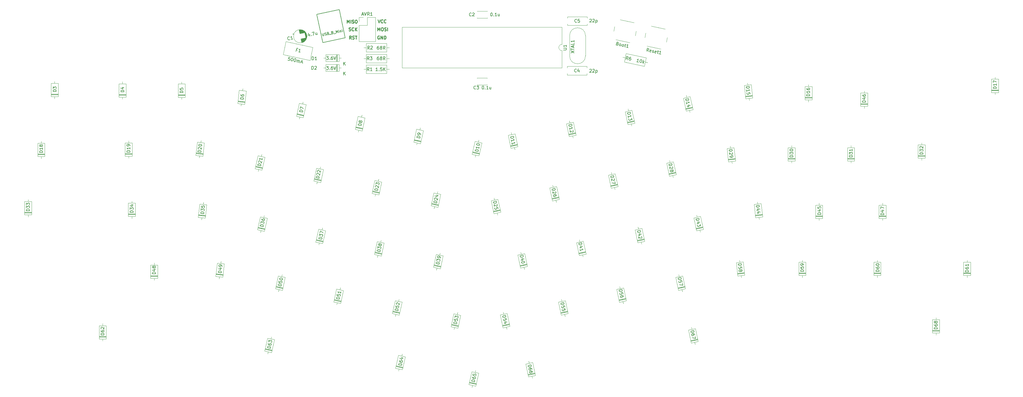
<source format=gbr>
%TF.GenerationSoftware,KiCad,Pcbnew,(5.1.7)-1*%
%TF.CreationDate,2020-11-01T13:45:23+07:00*%
%TF.ProjectId,sesame,73657361-6d65-42e6-9b69-6361645f7063,rev?*%
%TF.SameCoordinates,Original*%
%TF.FileFunction,Legend,Top*%
%TF.FilePolarity,Positive*%
%FSLAX46Y46*%
G04 Gerber Fmt 4.6, Leading zero omitted, Abs format (unit mm)*
G04 Created by KiCad (PCBNEW (5.1.7)-1) date 2020-11-01 13:45:23*
%MOMM*%
%LPD*%
G01*
G04 APERTURE LIST*
%ADD10C,0.250000*%
%ADD11C,0.120000*%
%ADD12C,0.200000*%
%ADD13C,0.150000*%
G04 APERTURE END LIST*
D10*
X167264880Y-74702380D02*
X166931547Y-74226190D01*
X166693452Y-74702380D02*
X166693452Y-73702380D01*
X167074404Y-73702380D01*
X167169642Y-73750000D01*
X167217261Y-73797619D01*
X167264880Y-73892857D01*
X167264880Y-74035714D01*
X167217261Y-74130952D01*
X167169642Y-74178571D01*
X167074404Y-74226190D01*
X166693452Y-74226190D01*
X167645833Y-74654761D02*
X167788690Y-74702380D01*
X168026785Y-74702380D01*
X168122023Y-74654761D01*
X168169642Y-74607142D01*
X168217261Y-74511904D01*
X168217261Y-74416666D01*
X168169642Y-74321428D01*
X168122023Y-74273809D01*
X168026785Y-74226190D01*
X167836309Y-74178571D01*
X167741071Y-74130952D01*
X167693452Y-74083333D01*
X167645833Y-73988095D01*
X167645833Y-73892857D01*
X167693452Y-73797619D01*
X167741071Y-73750000D01*
X167836309Y-73702380D01*
X168074404Y-73702380D01*
X168217261Y-73750000D01*
X168502976Y-73702380D02*
X169074404Y-73702380D01*
X168788690Y-74702380D02*
X168788690Y-73702380D01*
X176238095Y-73750000D02*
X176142857Y-73702380D01*
X176000000Y-73702380D01*
X175857142Y-73750000D01*
X175761904Y-73845238D01*
X175714285Y-73940476D01*
X175666666Y-74130952D01*
X175666666Y-74273809D01*
X175714285Y-74464285D01*
X175761904Y-74559523D01*
X175857142Y-74654761D01*
X176000000Y-74702380D01*
X176095238Y-74702380D01*
X176238095Y-74654761D01*
X176285714Y-74607142D01*
X176285714Y-74273809D01*
X176095238Y-74273809D01*
X176714285Y-74702380D02*
X176714285Y-73702380D01*
X177285714Y-74702380D01*
X177285714Y-73702380D01*
X177761904Y-74702380D02*
X177761904Y-73702380D01*
X178000000Y-73702380D01*
X178142857Y-73750000D01*
X178238095Y-73845238D01*
X178285714Y-73940476D01*
X178333333Y-74130952D01*
X178333333Y-74273809D01*
X178285714Y-74464285D01*
X178238095Y-74559523D01*
X178142857Y-74654761D01*
X178000000Y-74702380D01*
X177761904Y-74702380D01*
X175709821Y-72077380D02*
X175709821Y-71077380D01*
X176043154Y-71791666D01*
X176376488Y-71077380D01*
X176376488Y-72077380D01*
X177043154Y-71077380D02*
X177233630Y-71077380D01*
X177328869Y-71125000D01*
X177424107Y-71220238D01*
X177471726Y-71410714D01*
X177471726Y-71744047D01*
X177424107Y-71934523D01*
X177328869Y-72029761D01*
X177233630Y-72077380D01*
X177043154Y-72077380D01*
X176947916Y-72029761D01*
X176852678Y-71934523D01*
X176805059Y-71744047D01*
X176805059Y-71410714D01*
X176852678Y-71220238D01*
X176947916Y-71125000D01*
X177043154Y-71077380D01*
X177852678Y-72029761D02*
X177995535Y-72077380D01*
X178233630Y-72077380D01*
X178328869Y-72029761D01*
X178376488Y-71982142D01*
X178424107Y-71886904D01*
X178424107Y-71791666D01*
X178376488Y-71696428D01*
X178328869Y-71648809D01*
X178233630Y-71601190D01*
X178043154Y-71553571D01*
X177947916Y-71505952D01*
X177900297Y-71458333D01*
X177852678Y-71363095D01*
X177852678Y-71267857D01*
X177900297Y-71172619D01*
X177947916Y-71125000D01*
X178043154Y-71077380D01*
X178281250Y-71077380D01*
X178424107Y-71125000D01*
X178852678Y-72077380D02*
X178852678Y-71077380D01*
X165959821Y-69639880D02*
X165959821Y-68639880D01*
X166293154Y-69354166D01*
X166626488Y-68639880D01*
X166626488Y-69639880D01*
X167102678Y-69639880D02*
X167102678Y-68639880D01*
X167531250Y-69592261D02*
X167674107Y-69639880D01*
X167912202Y-69639880D01*
X168007440Y-69592261D01*
X168055059Y-69544642D01*
X168102678Y-69449404D01*
X168102678Y-69354166D01*
X168055059Y-69258928D01*
X168007440Y-69211309D01*
X167912202Y-69163690D01*
X167721726Y-69116071D01*
X167626488Y-69068452D01*
X167578869Y-69020833D01*
X167531250Y-68925595D01*
X167531250Y-68830357D01*
X167578869Y-68735119D01*
X167626488Y-68687500D01*
X167721726Y-68639880D01*
X167959821Y-68639880D01*
X168102678Y-68687500D01*
X168721726Y-68639880D02*
X168912202Y-68639880D01*
X169007440Y-68687500D01*
X169102678Y-68782738D01*
X169150297Y-68973214D01*
X169150297Y-69306547D01*
X169102678Y-69497023D01*
X169007440Y-69592261D01*
X168912202Y-69639880D01*
X168721726Y-69639880D01*
X168626488Y-69592261D01*
X168531250Y-69497023D01*
X168483630Y-69306547D01*
X168483630Y-68973214D01*
X168531250Y-68782738D01*
X168626488Y-68687500D01*
X168721726Y-68639880D01*
X166526785Y-72029761D02*
X166669642Y-72077380D01*
X166907738Y-72077380D01*
X167002976Y-72029761D01*
X167050595Y-71982142D01*
X167098214Y-71886904D01*
X167098214Y-71791666D01*
X167050595Y-71696428D01*
X167002976Y-71648809D01*
X166907738Y-71601190D01*
X166717261Y-71553571D01*
X166622023Y-71505952D01*
X166574404Y-71458333D01*
X166526785Y-71363095D01*
X166526785Y-71267857D01*
X166574404Y-71172619D01*
X166622023Y-71125000D01*
X166717261Y-71077380D01*
X166955357Y-71077380D01*
X167098214Y-71125000D01*
X168098214Y-71982142D02*
X168050595Y-72029761D01*
X167907738Y-72077380D01*
X167812500Y-72077380D01*
X167669642Y-72029761D01*
X167574404Y-71934523D01*
X167526785Y-71839285D01*
X167479166Y-71648809D01*
X167479166Y-71505952D01*
X167526785Y-71315476D01*
X167574404Y-71220238D01*
X167669642Y-71125000D01*
X167812500Y-71077380D01*
X167907738Y-71077380D01*
X168050595Y-71125000D01*
X168098214Y-71172619D01*
X168526785Y-72077380D02*
X168526785Y-71077380D01*
X169098214Y-72077380D02*
X168669642Y-71505952D01*
X169098214Y-71077380D02*
X168526785Y-71648809D01*
X175760416Y-68546130D02*
X176093750Y-69546130D01*
X176427083Y-68546130D01*
X177331845Y-69450892D02*
X177284226Y-69498511D01*
X177141369Y-69546130D01*
X177046130Y-69546130D01*
X176903273Y-69498511D01*
X176808035Y-69403273D01*
X176760416Y-69308035D01*
X176712797Y-69117559D01*
X176712797Y-68974702D01*
X176760416Y-68784226D01*
X176808035Y-68688988D01*
X176903273Y-68593750D01*
X177046130Y-68546130D01*
X177141369Y-68546130D01*
X177284226Y-68593750D01*
X177331845Y-68641369D01*
X178331845Y-69450892D02*
X178284226Y-69498511D01*
X178141369Y-69546130D01*
X178046130Y-69546130D01*
X177903273Y-69498511D01*
X177808035Y-69403273D01*
X177760416Y-69308035D01*
X177712797Y-69117559D01*
X177712797Y-68974702D01*
X177760416Y-68784226D01*
X177808035Y-68688988D01*
X177903273Y-68593750D01*
X178046130Y-68546130D01*
X178141369Y-68546130D01*
X178284226Y-68593750D01*
X178331845Y-68641369D01*
D11*
%TO.C,AVR1*%
X169763750Y-67763750D02*
X171093750Y-67763750D01*
X169763750Y-69093750D02*
X169763750Y-67763750D01*
X172363750Y-67763750D02*
X174963750Y-67763750D01*
X172363750Y-70363750D02*
X172363750Y-67763750D01*
X169763750Y-70363750D02*
X172363750Y-70363750D01*
X174963750Y-67763750D02*
X174963750Y-75503750D01*
X169763750Y-70363750D02*
X169763750Y-75503750D01*
X169763750Y-75503750D02*
X174963750Y-75503750D01*
D12*
%TO.C,USB1*%
X156321735Y-66862548D02*
X158234522Y-75861506D01*
X163462212Y-65344792D02*
X156321735Y-66862548D01*
X165375000Y-74343750D02*
X163462212Y-65344792D01*
X158234522Y-75861506D02*
X165375000Y-74343750D01*
D11*
%TO.C,C1*%
X148723503Y-72887386D02*
X148806668Y-73278645D01*
X148569456Y-73124598D02*
X148960715Y-73041433D01*
X152996709Y-73026987D02*
X153150563Y-73750817D01*
X152922861Y-72871953D02*
X153146159Y-73922484D01*
X152857331Y-72756045D02*
X153133437Y-74055025D01*
X152796582Y-72662634D02*
X153115934Y-74165069D01*
X152738536Y-72581939D02*
X153095728Y-74262397D01*
X152682569Y-72511026D02*
X153073443Y-74349943D01*
X152628266Y-72447937D02*
X153049495Y-74429664D01*
X152575210Y-72390718D02*
X153024299Y-74503517D01*
X152523193Y-72338389D02*
X152998064Y-74572478D01*
X152472009Y-72289973D02*
X152970997Y-74637527D01*
X152421656Y-72245470D02*
X152943098Y-74698664D01*
X152372134Y-72204879D02*
X152914368Y-74755888D01*
X152323236Y-72167222D02*
X152885014Y-74810177D01*
X152739645Y-74318660D02*
X152855244Y-74862510D01*
X152274754Y-72131522D02*
X152390353Y-72675372D01*
X152700519Y-74326977D02*
X152824850Y-74911909D01*
X152226896Y-72098756D02*
X152351227Y-72683689D01*
X152661393Y-74335293D02*
X152794041Y-74959351D01*
X152179454Y-72067947D02*
X152312101Y-72692005D01*
X152622267Y-74343609D02*
X152762816Y-75004837D01*
X152132427Y-72039094D02*
X152272976Y-72700322D01*
X152583141Y-74351926D02*
X152731174Y-75048367D01*
X152085817Y-72012197D02*
X152233850Y-72708638D01*
X152544015Y-74360242D02*
X152699325Y-75090919D01*
X152039414Y-71986278D02*
X152194724Y-72716954D01*
X152504890Y-74368559D02*
X152666853Y-75130536D01*
X151993635Y-71963294D02*
X152155598Y-72725271D01*
X152465764Y-74376875D02*
X152634172Y-75169175D01*
X151948063Y-71941288D02*
X152116472Y-72733587D01*
X152426638Y-74385192D02*
X152601284Y-75206836D01*
X151902700Y-71920260D02*
X152077346Y-72741904D01*
X152387512Y-74393508D02*
X152567979Y-75242540D01*
X151857753Y-71901188D02*
X152038220Y-72750220D01*
X152348386Y-74401825D02*
X152534467Y-75277267D01*
X151813013Y-71883095D02*
X151999094Y-72758537D01*
X152309260Y-74410141D02*
X152500539Y-75310037D01*
X151768690Y-71866957D02*
X151959968Y-72766853D01*
X152270134Y-74418458D02*
X152466611Y-75342807D01*
X151724366Y-71850820D02*
X151920842Y-72775170D01*
X152231008Y-74426774D02*
X152432267Y-75373621D01*
X151680458Y-71836639D02*
X151881717Y-72783486D01*
X152191882Y-74435091D02*
X152397715Y-75403457D01*
X151636758Y-71823437D02*
X151842591Y-72791803D01*
X152152756Y-74443407D02*
X152362955Y-75432314D01*
X151593266Y-71811212D02*
X151803465Y-72800119D01*
X152113630Y-74451724D02*
X152327780Y-75459216D01*
X151550190Y-71800944D02*
X151764339Y-72808436D01*
X152074505Y-74460040D02*
X152292604Y-75486117D01*
X151507114Y-71790675D02*
X151725213Y-72816752D01*
X152035379Y-74468356D02*
X152257220Y-75512040D01*
X151464245Y-71781385D02*
X151686087Y-72825069D01*
X151996253Y-74476673D02*
X152221629Y-75536985D01*
X151421585Y-71773073D02*
X151646961Y-72833385D01*
X151957127Y-74484989D02*
X152185830Y-75560952D01*
X151379132Y-71765739D02*
X151607835Y-72841701D01*
X151918001Y-74493306D02*
X152149615Y-75582962D01*
X151337096Y-71760361D02*
X151568709Y-72850018D01*
X151877897Y-74501830D02*
X152112421Y-75605181D01*
X151294081Y-71755192D02*
X151528605Y-72858542D01*
X151838771Y-74510147D02*
X152076206Y-75627191D01*
X151252044Y-71749814D02*
X151489479Y-72866859D01*
X151799645Y-74518463D02*
X152039575Y-75647246D01*
X151210423Y-71746393D02*
X151450353Y-72875175D01*
X151760519Y-74526780D02*
X152002736Y-75666322D01*
X151169010Y-71743950D02*
X151411228Y-72883492D01*
X151721393Y-74535096D02*
X151965897Y-75685398D01*
X151127597Y-71741507D02*
X151372102Y-72891808D01*
X151682267Y-74543413D02*
X151928643Y-75702518D01*
X151086600Y-71741020D02*
X151332976Y-72900125D01*
X151643141Y-74551729D02*
X151891388Y-75719637D01*
X151045603Y-71740533D02*
X151293850Y-72908441D01*
X151604016Y-74560046D02*
X151853925Y-75735779D01*
X151004814Y-71741024D02*
X151254724Y-72916758D01*
X151564890Y-74568362D02*
X151816463Y-75751921D01*
X150964025Y-71741515D02*
X151215598Y-72925074D01*
X151525764Y-74576678D02*
X151778584Y-75766106D01*
X150923651Y-71743963D02*
X151176472Y-72933391D01*
X151486638Y-74584995D02*
X151740706Y-75780291D01*
X150883278Y-71746411D02*
X151137346Y-72941707D01*
X151447512Y-74593311D02*
X151702620Y-75793499D01*
X150843113Y-71749836D02*
X151098220Y-72950023D01*
X151408386Y-74601628D02*
X151664325Y-75805728D01*
X150803155Y-71754240D02*
X151059094Y-72958340D01*
X151369260Y-74609944D02*
X151625823Y-75816978D01*
X150763405Y-71759622D02*
X151019968Y-72966656D01*
X151330134Y-74618261D02*
X151587321Y-75828229D01*
X150723656Y-71765004D02*
X150980843Y-72974973D01*
X150684114Y-71771364D02*
X150941717Y-72983289D01*
X151291008Y-74626577D02*
X151548611Y-75838502D01*
X150644780Y-71778703D02*
X150902591Y-72991606D01*
X151251882Y-74634894D02*
X151509693Y-75847797D01*
X150605654Y-71787019D02*
X150863465Y-72999922D01*
X151212757Y-74643210D02*
X151470567Y-75856113D01*
X153158111Y-73821566D02*
G75*
G03*
X153158111Y-73821566I-2120000J0D01*
G01*
%TO.C,D60*%
X333652000Y-149948000D02*
X335892000Y-149948000D01*
X335892000Y-149948000D02*
X335892000Y-145708000D01*
X335892000Y-145708000D02*
X333652000Y-145708000D01*
X333652000Y-145708000D02*
X333652000Y-149948000D01*
X334772000Y-150598000D02*
X334772000Y-149948000D01*
X334772000Y-145058000D02*
X334772000Y-145708000D01*
X333652000Y-149228000D02*
X335892000Y-149228000D01*
X333652000Y-149108000D02*
X335892000Y-149108000D01*
X333652000Y-149348000D02*
X335892000Y-149348000D01*
%TO.C,U1*%
X234375000Y-76406500D02*
X234375000Y-70946500D01*
X234375000Y-70946500D02*
X183455000Y-70946500D01*
X183455000Y-70946500D02*
X183455000Y-83866500D01*
X183455000Y-83866500D02*
X234375000Y-83866500D01*
X234375000Y-83866500D02*
X234375000Y-78406500D01*
X234375000Y-78406500D02*
G75*
G02*
X234375000Y-76406500I0J1000000D01*
G01*
%TO.C,XTAL1*%
X241856500Y-73662000D02*
X241856500Y-80062000D01*
X236806500Y-73662000D02*
X236806500Y-80062000D01*
X236806500Y-80062000D02*
G75*
G03*
X241856500Y-80062000I2525000J0D01*
G01*
X236806500Y-73662000D02*
G75*
G02*
X241856500Y-73662000I2525000J0D01*
G01*
%TO.C,Reset1*%
X261454633Y-76961723D02*
X265856298Y-77897326D01*
X261063596Y-72789243D02*
X260751728Y-74256465D01*
X267207723Y-71539367D02*
X262806059Y-70603764D01*
X267598761Y-75711847D02*
X267910629Y-74244625D01*
%TO.C,R6*%
X254785286Y-79300258D02*
X254215608Y-81980382D01*
X254215608Y-81980382D02*
X260612693Y-83340125D01*
X260612693Y-83340125D02*
X261182371Y-80660000D01*
X261182371Y-80660000D02*
X254785286Y-79300258D01*
X253747274Y-80480228D02*
X254500447Y-80640320D01*
X261650706Y-82160155D02*
X260897532Y-82000063D01*
%TO.C,R3*%
X172053500Y-79529000D02*
X172053500Y-82269000D01*
X172053500Y-82269000D02*
X178593500Y-82269000D01*
X178593500Y-82269000D02*
X178593500Y-79529000D01*
X178593500Y-79529000D02*
X172053500Y-79529000D01*
X171283500Y-80899000D02*
X172053500Y-80899000D01*
X179363500Y-80899000D02*
X178593500Y-80899000D01*
%TO.C,R2*%
X172053500Y-76100000D02*
X172053500Y-78840000D01*
X172053500Y-78840000D02*
X178593500Y-78840000D01*
X178593500Y-78840000D02*
X178593500Y-76100000D01*
X178593500Y-76100000D02*
X172053500Y-76100000D01*
X171283500Y-77470000D02*
X172053500Y-77470000D01*
X179363500Y-77470000D02*
X178593500Y-77470000D01*
%TO.C,R1*%
X172053500Y-82958000D02*
X172053500Y-85698000D01*
X172053500Y-85698000D02*
X178593500Y-85698000D01*
X178593500Y-85698000D02*
X178593500Y-82958000D01*
X178593500Y-82958000D02*
X172053500Y-82958000D01*
X171283500Y-84328000D02*
X172053500Y-84328000D01*
X179363500Y-84328000D02*
X178593500Y-84328000D01*
%TO.C,F1*%
X146478763Y-75523849D02*
X155027773Y-77340997D01*
X146478763Y-75523849D02*
X145597217Y-79671195D01*
X154146227Y-81488343D02*
X155027773Y-77340997D01*
X154146227Y-81488343D02*
X145597217Y-79671195D01*
%TO.C,D68*%
X352321000Y-168236000D02*
X354561000Y-168236000D01*
X354561000Y-168236000D02*
X354561000Y-163996000D01*
X354561000Y-163996000D02*
X352321000Y-163996000D01*
X352321000Y-163996000D02*
X352321000Y-168236000D01*
X353441000Y-168886000D02*
X353441000Y-168236000D01*
X353441000Y-163346000D02*
X353441000Y-163996000D01*
X352321000Y-167516000D02*
X354561000Y-167516000D01*
X352321000Y-167396000D02*
X354561000Y-167396000D01*
X352321000Y-167636000D02*
X354561000Y-167636000D01*
%TO.C,D67*%
X275540104Y-171426792D02*
X277731155Y-170961069D01*
X277731155Y-170961069D02*
X276849609Y-166813724D01*
X276849609Y-166813724D02*
X274658558Y-167279446D01*
X274658558Y-167279446D02*
X275540104Y-171426792D01*
X276770772Y-171829726D02*
X276635629Y-171193931D01*
X275618941Y-166410789D02*
X275754084Y-167046585D01*
X275390408Y-170722525D02*
X277581458Y-170256803D01*
X275365458Y-170605148D02*
X277556509Y-170139425D01*
X275415357Y-170839903D02*
X277606408Y-170374181D01*
%TO.C,D66*%
X223724104Y-182221792D02*
X225915155Y-181756069D01*
X225915155Y-181756069D02*
X225033609Y-177608724D01*
X225033609Y-177608724D02*
X222842558Y-178074446D01*
X222842558Y-178074446D02*
X223724104Y-182221792D01*
X224954772Y-182624726D02*
X224819629Y-181988931D01*
X223802941Y-177205789D02*
X223938084Y-177841585D01*
X223574408Y-181517525D02*
X225765458Y-181051803D01*
X223549458Y-181400148D02*
X225740509Y-180934425D01*
X223599357Y-181634903D02*
X225790408Y-181169181D01*
%TO.C,D65*%
X204741845Y-184677069D02*
X206932896Y-185142792D01*
X206932896Y-185142792D02*
X207814442Y-180995446D01*
X207814442Y-180995446D02*
X205623391Y-180529724D01*
X205623391Y-180529724D02*
X204741845Y-184677069D01*
X205702228Y-185545726D02*
X205837371Y-184909931D01*
X206854059Y-180126789D02*
X206718916Y-180762585D01*
X204891542Y-183972803D02*
X207082592Y-184438525D01*
X204916491Y-183855425D02*
X207107542Y-184321148D01*
X204866592Y-184090181D02*
X207057643Y-184555903D01*
%TO.C,D64*%
X181373845Y-179470069D02*
X183564896Y-179935792D01*
X183564896Y-179935792D02*
X184446442Y-175788446D01*
X184446442Y-175788446D02*
X182255391Y-175322724D01*
X182255391Y-175322724D02*
X181373845Y-179470069D01*
X182334228Y-180338726D02*
X182469371Y-179702931D01*
X183486059Y-174919789D02*
X183350916Y-175555585D01*
X181523542Y-178765803D02*
X183714592Y-179231525D01*
X181548491Y-178648425D02*
X183739542Y-179114148D01*
X181498592Y-178883181D02*
X183689643Y-179348903D01*
%TO.C,D63*%
X139717845Y-174009069D02*
X141908896Y-174474792D01*
X141908896Y-174474792D02*
X142790442Y-170327446D01*
X142790442Y-170327446D02*
X140599391Y-169861724D01*
X140599391Y-169861724D02*
X139717845Y-174009069D01*
X140678228Y-174877726D02*
X140813371Y-174241931D01*
X141830059Y-169458789D02*
X141694916Y-170094585D01*
X139867542Y-173304803D02*
X142058592Y-173770525D01*
X139892491Y-173187425D02*
X142083542Y-173653148D01*
X139842592Y-173422181D02*
X142033643Y-173887903D01*
%TO.C,D62*%
X87018000Y-170141000D02*
X89258000Y-170141000D01*
X89258000Y-170141000D02*
X89258000Y-165901000D01*
X89258000Y-165901000D02*
X87018000Y-165901000D01*
X87018000Y-165901000D02*
X87018000Y-170141000D01*
X88138000Y-170791000D02*
X88138000Y-170141000D01*
X88138000Y-165251000D02*
X88138000Y-165901000D01*
X87018000Y-169421000D02*
X89258000Y-169421000D01*
X87018000Y-169301000D02*
X89258000Y-169301000D01*
X87018000Y-169541000D02*
X89258000Y-169541000D01*
%TO.C,D61*%
X362227000Y-149948000D02*
X364467000Y-149948000D01*
X364467000Y-149948000D02*
X364467000Y-145708000D01*
X364467000Y-145708000D02*
X362227000Y-145708000D01*
X362227000Y-145708000D02*
X362227000Y-149948000D01*
X363347000Y-150598000D02*
X363347000Y-149948000D01*
X363347000Y-145058000D02*
X363347000Y-145708000D01*
X362227000Y-149228000D02*
X364467000Y-149228000D01*
X362227000Y-149108000D02*
X364467000Y-149108000D01*
X362227000Y-149348000D02*
X364467000Y-149348000D01*
%TO.C,D59*%
X309776000Y-149948000D02*
X312016000Y-149948000D01*
X312016000Y-149948000D02*
X312016000Y-145708000D01*
X312016000Y-145708000D02*
X309776000Y-145708000D01*
X309776000Y-145708000D02*
X309776000Y-149948000D01*
X310896000Y-150598000D02*
X310896000Y-149948000D01*
X310896000Y-145058000D02*
X310896000Y-145708000D01*
X309776000Y-149228000D02*
X312016000Y-149228000D01*
X309776000Y-149108000D02*
X312016000Y-149108000D01*
X309776000Y-149348000D02*
X312016000Y-149348000D01*
%TO.C,D58*%
X290301482Y-150074330D02*
X292529211Y-149840186D01*
X292529211Y-149840186D02*
X292086011Y-145623413D01*
X292086011Y-145623413D02*
X289858282Y-145857557D01*
X289858282Y-145857557D02*
X290301482Y-150074330D01*
X291483290Y-150603697D02*
X291415347Y-149957258D01*
X290904203Y-145094046D02*
X290972146Y-145740485D01*
X290226222Y-149358274D02*
X292453951Y-149124130D01*
X290213678Y-149238931D02*
X292441408Y-149004788D01*
X290238765Y-149477617D02*
X292466494Y-149243473D01*
%TO.C,D57*%
X271476104Y-154662792D02*
X273667155Y-154197069D01*
X273667155Y-154197069D02*
X272785609Y-150049724D01*
X272785609Y-150049724D02*
X270594558Y-150515446D01*
X270594558Y-150515446D02*
X271476104Y-154662792D01*
X272706772Y-155065726D02*
X272571629Y-154429931D01*
X271554941Y-149646789D02*
X271690084Y-150282585D01*
X271326408Y-153958525D02*
X273517458Y-153492803D01*
X271301458Y-153841148D02*
X273492509Y-153375425D01*
X271351357Y-154075903D02*
X273542408Y-153610181D01*
%TO.C,D56*%
X252680104Y-158472792D02*
X254871155Y-158007069D01*
X254871155Y-158007069D02*
X253989609Y-153859724D01*
X253989609Y-153859724D02*
X251798558Y-154325446D01*
X251798558Y-154325446D02*
X252680104Y-158472792D01*
X253910772Y-158875726D02*
X253775629Y-158239931D01*
X252758941Y-153456789D02*
X252894084Y-154092585D01*
X252530408Y-157768525D02*
X254721458Y-157302803D01*
X252505458Y-157651148D02*
X254696509Y-157185425D01*
X252555357Y-157885903D02*
X254746408Y-157420181D01*
%TO.C,D55*%
X234138104Y-162536792D02*
X236329155Y-162071069D01*
X236329155Y-162071069D02*
X235447609Y-157923724D01*
X235447609Y-157923724D02*
X233256558Y-158389446D01*
X233256558Y-158389446D02*
X234138104Y-162536792D01*
X235368772Y-162939726D02*
X235233629Y-162303931D01*
X234216941Y-157520789D02*
X234352084Y-158156585D01*
X233988408Y-161832525D02*
X236179458Y-161366803D01*
X233963458Y-161715148D02*
X236154509Y-161249425D01*
X234013357Y-161949903D02*
X236204408Y-161484181D01*
%TO.C,D54*%
X215596104Y-166600792D02*
X217787155Y-166135069D01*
X217787155Y-166135069D02*
X216905609Y-161987724D01*
X216905609Y-161987724D02*
X214714558Y-162453446D01*
X214714558Y-162453446D02*
X215596104Y-166600792D01*
X216826772Y-167003726D02*
X216691629Y-166367931D01*
X215674941Y-161584789D02*
X215810084Y-162220585D01*
X215446408Y-165896525D02*
X217637458Y-165430803D01*
X215421458Y-165779148D02*
X217612509Y-165313425D01*
X215471357Y-166013903D02*
X217662408Y-165548181D01*
%TO.C,D53*%
X199026845Y-166262069D02*
X201217896Y-166727792D01*
X201217896Y-166727792D02*
X202099442Y-162580446D01*
X202099442Y-162580446D02*
X199908391Y-162114724D01*
X199908391Y-162114724D02*
X199026845Y-166262069D01*
X199987228Y-167130726D02*
X200122371Y-166494931D01*
X201139059Y-161711789D02*
X201003916Y-162347585D01*
X199176542Y-165557803D02*
X201367592Y-166023525D01*
X199201491Y-165440425D02*
X201392542Y-165906148D01*
X199151592Y-165675181D02*
X201342643Y-166140903D01*
%TO.C,D52*%
X180357845Y-162071069D02*
X182548896Y-162536792D01*
X182548896Y-162536792D02*
X183430442Y-158389446D01*
X183430442Y-158389446D02*
X181239391Y-157923724D01*
X181239391Y-157923724D02*
X180357845Y-162071069D01*
X181318228Y-162939726D02*
X181453371Y-162303931D01*
X182470059Y-157520789D02*
X182334916Y-158156585D01*
X180507542Y-161366803D02*
X182698592Y-161832525D01*
X180532491Y-161249425D02*
X182723542Y-161715148D01*
X180482592Y-161484181D02*
X182673643Y-161949903D01*
%TO.C,D51*%
X161688845Y-158388069D02*
X163879896Y-158853792D01*
X163879896Y-158853792D02*
X164761442Y-154706446D01*
X164761442Y-154706446D02*
X162570391Y-154240724D01*
X162570391Y-154240724D02*
X161688845Y-158388069D01*
X162649228Y-159256726D02*
X162784371Y-158620931D01*
X163801059Y-153837789D02*
X163665916Y-154473585D01*
X161838542Y-157683803D02*
X164029592Y-158149525D01*
X161863491Y-157566425D02*
X164054542Y-158032148D01*
X161813592Y-157801181D02*
X164004643Y-158266903D01*
%TO.C,D50*%
X143146845Y-154197069D02*
X145337896Y-154662792D01*
X145337896Y-154662792D02*
X146219442Y-150515446D01*
X146219442Y-150515446D02*
X144028391Y-150049724D01*
X144028391Y-150049724D02*
X143146845Y-154197069D01*
X144107228Y-155065726D02*
X144242371Y-154429931D01*
X145259059Y-149646789D02*
X145123916Y-150282585D01*
X143296542Y-153492803D02*
X145487592Y-153958525D01*
X143321491Y-153375425D02*
X145512542Y-153841148D01*
X143271592Y-153610181D02*
X145462643Y-154075903D01*
%TO.C,D49*%
X124157789Y-150221186D02*
X126385518Y-150455330D01*
X126385518Y-150455330D02*
X126828718Y-146238557D01*
X126828718Y-146238557D02*
X124600989Y-146004413D01*
X124600989Y-146004413D02*
X124157789Y-150221186D01*
X125203710Y-150984697D02*
X125271653Y-150338258D01*
X125782797Y-145475046D02*
X125714854Y-146121485D01*
X124233049Y-149505130D02*
X126460778Y-149739274D01*
X124245592Y-149385788D02*
X126473322Y-149619931D01*
X124220506Y-149624473D02*
X126448235Y-149858617D01*
%TO.C,D48*%
X103401000Y-150837000D02*
X105641000Y-150837000D01*
X105641000Y-150837000D02*
X105641000Y-146597000D01*
X105641000Y-146597000D02*
X103401000Y-146597000D01*
X103401000Y-146597000D02*
X103401000Y-150837000D01*
X104521000Y-151487000D02*
X104521000Y-150837000D01*
X104521000Y-145947000D02*
X104521000Y-146597000D01*
X103401000Y-150117000D02*
X105641000Y-150117000D01*
X103401000Y-149997000D02*
X105641000Y-149997000D01*
X103401000Y-150237000D02*
X105641000Y-150237000D01*
%TO.C,D47*%
X335303000Y-131787000D02*
X337543000Y-131787000D01*
X337543000Y-131787000D02*
X337543000Y-127547000D01*
X337543000Y-127547000D02*
X335303000Y-127547000D01*
X335303000Y-127547000D02*
X335303000Y-131787000D01*
X336423000Y-132437000D02*
X336423000Y-131787000D01*
X336423000Y-126897000D02*
X336423000Y-127547000D01*
X335303000Y-131067000D02*
X337543000Y-131067000D01*
X335303000Y-130947000D02*
X337543000Y-130947000D01*
X335303000Y-131187000D02*
X337543000Y-131187000D01*
%TO.C,D45*%
X315110000Y-131787000D02*
X317350000Y-131787000D01*
X317350000Y-131787000D02*
X317350000Y-127547000D01*
X317350000Y-127547000D02*
X315110000Y-127547000D01*
X315110000Y-127547000D02*
X315110000Y-131787000D01*
X316230000Y-132437000D02*
X316230000Y-131787000D01*
X316230000Y-126897000D02*
X316230000Y-127547000D01*
X315110000Y-131067000D02*
X317350000Y-131067000D01*
X315110000Y-130947000D02*
X317350000Y-130947000D01*
X315110000Y-131187000D02*
X317350000Y-131187000D01*
%TO.C,D44*%
X296016482Y-131532330D02*
X298244211Y-131298186D01*
X298244211Y-131298186D02*
X297801011Y-127081413D01*
X297801011Y-127081413D02*
X295573282Y-127315557D01*
X295573282Y-127315557D02*
X296016482Y-131532330D01*
X297198290Y-132061697D02*
X297130347Y-131415258D01*
X296619203Y-126552046D02*
X296687146Y-127198485D01*
X295941222Y-130816274D02*
X298168951Y-130582130D01*
X295928678Y-130696931D02*
X298156408Y-130462788D01*
X295953765Y-130935617D02*
X298181494Y-130701473D01*
%TO.C,D43*%
X277191104Y-135739792D02*
X279382155Y-135274069D01*
X279382155Y-135274069D02*
X278500609Y-131126724D01*
X278500609Y-131126724D02*
X276309558Y-131592446D01*
X276309558Y-131592446D02*
X277191104Y-135739792D01*
X278421772Y-136142726D02*
X278286629Y-135506931D01*
X277269941Y-130723789D02*
X277405084Y-131359585D01*
X277041408Y-135035525D02*
X279232458Y-134569803D01*
X277016458Y-134918148D02*
X279207509Y-134452425D01*
X277066357Y-135152903D02*
X279257408Y-134687181D01*
%TO.C,D42*%
X258522104Y-139549792D02*
X260713155Y-139084069D01*
X260713155Y-139084069D02*
X259831609Y-134936724D01*
X259831609Y-134936724D02*
X257640558Y-135402446D01*
X257640558Y-135402446D02*
X258522104Y-139549792D01*
X259752772Y-139952726D02*
X259617629Y-139316931D01*
X258600941Y-134533789D02*
X258736084Y-135169585D01*
X258372408Y-138845525D02*
X260563458Y-138379803D01*
X258347458Y-138728148D02*
X260538509Y-138262425D01*
X258397357Y-138962903D02*
X260588408Y-138497181D01*
%TO.C,D41*%
X239853104Y-143613792D02*
X242044155Y-143148069D01*
X242044155Y-143148069D02*
X241162609Y-139000724D01*
X241162609Y-139000724D02*
X238971558Y-139466446D01*
X238971558Y-139466446D02*
X239853104Y-143613792D01*
X241083772Y-144016726D02*
X240948629Y-143380931D01*
X239931941Y-138597789D02*
X240067084Y-139233585D01*
X239703408Y-142909525D02*
X241894458Y-142443803D01*
X239678458Y-142792148D02*
X241869509Y-142326425D01*
X239728357Y-143026903D02*
X241919408Y-142561181D01*
%TO.C,D40*%
X221184104Y-147550792D02*
X223375155Y-147085069D01*
X223375155Y-147085069D02*
X222493609Y-142937724D01*
X222493609Y-142937724D02*
X220302558Y-143403446D01*
X220302558Y-143403446D02*
X221184104Y-147550792D01*
X222414772Y-147953726D02*
X222279629Y-147317931D01*
X221262941Y-142534789D02*
X221398084Y-143170585D01*
X221034408Y-146846525D02*
X223225458Y-146380803D01*
X221009458Y-146729148D02*
X223200509Y-146263425D01*
X221059357Y-146963903D02*
X223250408Y-146498181D01*
%TO.C,D39*%
X193438845Y-147339069D02*
X195629896Y-147804792D01*
X195629896Y-147804792D02*
X196511442Y-143657446D01*
X196511442Y-143657446D02*
X194320391Y-143191724D01*
X194320391Y-143191724D02*
X193438845Y-147339069D01*
X194399228Y-148207726D02*
X194534371Y-147571931D01*
X195551059Y-142788789D02*
X195415916Y-143424585D01*
X193588542Y-146634803D02*
X195779592Y-147100525D01*
X193613491Y-146517425D02*
X195804542Y-146983148D01*
X193563592Y-146752181D02*
X195754643Y-147217903D01*
%TO.C,D38*%
X174642845Y-143275069D02*
X176833896Y-143740792D01*
X176833896Y-143740792D02*
X177715442Y-139593446D01*
X177715442Y-139593446D02*
X175524391Y-139127724D01*
X175524391Y-139127724D02*
X174642845Y-143275069D01*
X175603228Y-144143726D02*
X175738371Y-143507931D01*
X176755059Y-138724789D02*
X176619916Y-139360585D01*
X174792542Y-142570803D02*
X176983592Y-143036525D01*
X174817491Y-142453425D02*
X177008542Y-142919148D01*
X174767592Y-142688181D02*
X176958643Y-143153903D01*
%TO.C,D37*%
X155973845Y-139338069D02*
X158164896Y-139803792D01*
X158164896Y-139803792D02*
X159046442Y-135656446D01*
X159046442Y-135656446D02*
X156855391Y-135190724D01*
X156855391Y-135190724D02*
X155973845Y-139338069D01*
X156934228Y-140206726D02*
X157069371Y-139570931D01*
X158086059Y-134787789D02*
X157950916Y-135423585D01*
X156123542Y-138633803D02*
X158314592Y-139099525D01*
X156148491Y-138516425D02*
X158339542Y-138982148D01*
X156098592Y-138751181D02*
X158289643Y-139216903D01*
%TO.C,D36*%
X137431845Y-135401069D02*
X139622896Y-135866792D01*
X139622896Y-135866792D02*
X140504442Y-131719446D01*
X140504442Y-131719446D02*
X138313391Y-131253724D01*
X138313391Y-131253724D02*
X137431845Y-135401069D01*
X138392228Y-136269726D02*
X138527371Y-135633931D01*
X139544059Y-130850789D02*
X139408916Y-131486585D01*
X137581542Y-134696803D02*
X139772592Y-135162525D01*
X137606491Y-134579425D02*
X139797542Y-135045148D01*
X137556592Y-134814181D02*
X139747643Y-135279903D01*
%TO.C,D35*%
X118569789Y-131425186D02*
X120797518Y-131659330D01*
X120797518Y-131659330D02*
X121240718Y-127442557D01*
X121240718Y-127442557D02*
X119012989Y-127208413D01*
X119012989Y-127208413D02*
X118569789Y-131425186D01*
X119615710Y-132188697D02*
X119683653Y-131542258D01*
X120194797Y-126679046D02*
X120126854Y-127325485D01*
X118645049Y-130709130D02*
X120872778Y-130943274D01*
X118657592Y-130589788D02*
X120885322Y-130823931D01*
X118632506Y-130828473D02*
X120860235Y-131062617D01*
%TO.C,D34*%
X96289000Y-131152000D02*
X98529000Y-131152000D01*
X98529000Y-131152000D02*
X98529000Y-126912000D01*
X98529000Y-126912000D02*
X96289000Y-126912000D01*
X96289000Y-126912000D02*
X96289000Y-131152000D01*
X97409000Y-131802000D02*
X97409000Y-131152000D01*
X97409000Y-126262000D02*
X97409000Y-126912000D01*
X96289000Y-130432000D02*
X98529000Y-130432000D01*
X96289000Y-130312000D02*
X98529000Y-130312000D01*
X96289000Y-130552000D02*
X98529000Y-130552000D01*
%TO.C,D33*%
X63269000Y-130644000D02*
X65509000Y-130644000D01*
X65509000Y-130644000D02*
X65509000Y-126404000D01*
X65509000Y-126404000D02*
X63269000Y-126404000D01*
X63269000Y-126404000D02*
X63269000Y-130644000D01*
X64389000Y-131294000D02*
X64389000Y-130644000D01*
X64389000Y-125754000D02*
X64389000Y-126404000D01*
X63269000Y-129924000D02*
X65509000Y-129924000D01*
X63269000Y-129804000D02*
X65509000Y-129804000D01*
X63269000Y-130044000D02*
X65509000Y-130044000D01*
%TO.C,D32*%
X347749000Y-112610000D02*
X349989000Y-112610000D01*
X349989000Y-112610000D02*
X349989000Y-108370000D01*
X349989000Y-108370000D02*
X347749000Y-108370000D01*
X347749000Y-108370000D02*
X347749000Y-112610000D01*
X348869000Y-113260000D02*
X348869000Y-112610000D01*
X348869000Y-107720000D02*
X348869000Y-108370000D01*
X347749000Y-111890000D02*
X349989000Y-111890000D01*
X347749000Y-111770000D02*
X349989000Y-111770000D01*
X347749000Y-112010000D02*
X349989000Y-112010000D01*
%TO.C,D31*%
X325270000Y-113499000D02*
X327510000Y-113499000D01*
X327510000Y-113499000D02*
X327510000Y-109259000D01*
X327510000Y-109259000D02*
X325270000Y-109259000D01*
X325270000Y-109259000D02*
X325270000Y-113499000D01*
X326390000Y-114149000D02*
X326390000Y-113499000D01*
X326390000Y-108609000D02*
X326390000Y-109259000D01*
X325270000Y-112779000D02*
X327510000Y-112779000D01*
X325270000Y-112659000D02*
X327510000Y-112659000D01*
X325270000Y-112899000D02*
X327510000Y-112899000D01*
%TO.C,D30*%
X306347000Y-113499000D02*
X308587000Y-113499000D01*
X308587000Y-113499000D02*
X308587000Y-109259000D01*
X308587000Y-109259000D02*
X306347000Y-109259000D01*
X306347000Y-109259000D02*
X306347000Y-113499000D01*
X307467000Y-114149000D02*
X307467000Y-113499000D01*
X307467000Y-108609000D02*
X307467000Y-109259000D01*
X306347000Y-112779000D02*
X308587000Y-112779000D01*
X306347000Y-112659000D02*
X308587000Y-112659000D01*
X306347000Y-112899000D02*
X308587000Y-112899000D01*
%TO.C,D29*%
X287380482Y-113752330D02*
X289608211Y-113518186D01*
X289608211Y-113518186D02*
X289165011Y-109301413D01*
X289165011Y-109301413D02*
X286937282Y-109535557D01*
X286937282Y-109535557D02*
X287380482Y-113752330D01*
X288562290Y-114281697D02*
X288494347Y-113635258D01*
X287983203Y-108772046D02*
X288051146Y-109418485D01*
X287305222Y-113036274D02*
X289532951Y-112802130D01*
X287292678Y-112916931D02*
X289520408Y-112682788D01*
X287317765Y-113155617D02*
X289545494Y-112921473D01*
%TO.C,D28*%
X268555104Y-118340792D02*
X270746155Y-117875069D01*
X270746155Y-117875069D02*
X269864609Y-113727724D01*
X269864609Y-113727724D02*
X267673558Y-114193446D01*
X267673558Y-114193446D02*
X268555104Y-118340792D01*
X269785772Y-118743726D02*
X269650629Y-118107931D01*
X268633941Y-113324789D02*
X268769084Y-113960585D01*
X268405408Y-117636525D02*
X270596458Y-117170803D01*
X268380458Y-117519148D02*
X270571509Y-117053425D01*
X268430357Y-117753903D02*
X270621408Y-117288181D01*
%TO.C,D27*%
X250013104Y-122150792D02*
X252204155Y-121685069D01*
X252204155Y-121685069D02*
X251322609Y-117537724D01*
X251322609Y-117537724D02*
X249131558Y-118003446D01*
X249131558Y-118003446D02*
X250013104Y-122150792D01*
X251243772Y-122553726D02*
X251108629Y-121917931D01*
X250091941Y-117134789D02*
X250227084Y-117770585D01*
X249863408Y-121446525D02*
X252054458Y-120980803D01*
X249838458Y-121329148D02*
X252029509Y-120863425D01*
X249888357Y-121563903D02*
X252079408Y-121098181D01*
%TO.C,D26*%
X231344104Y-126214792D02*
X233535155Y-125749069D01*
X233535155Y-125749069D02*
X232653609Y-121601724D01*
X232653609Y-121601724D02*
X230462558Y-122067446D01*
X230462558Y-122067446D02*
X231344104Y-126214792D01*
X232574772Y-126617726D02*
X232439629Y-125981931D01*
X231422941Y-121198789D02*
X231558084Y-121834585D01*
X231194408Y-125510525D02*
X233385458Y-125044803D01*
X231169458Y-125393148D02*
X233360509Y-124927425D01*
X231219357Y-125627903D02*
X233410408Y-125162181D01*
%TO.C,D25*%
X212675104Y-130278792D02*
X214866155Y-129813069D01*
X214866155Y-129813069D02*
X213984609Y-125665724D01*
X213984609Y-125665724D02*
X211793558Y-126131446D01*
X211793558Y-126131446D02*
X212675104Y-130278792D01*
X213905772Y-130681726D02*
X213770629Y-130045931D01*
X212753941Y-125262789D02*
X212889084Y-125898585D01*
X212525408Y-129574525D02*
X214716458Y-129108803D01*
X212500458Y-129457148D02*
X214691509Y-128991425D01*
X212550357Y-129691903D02*
X214741408Y-129226181D01*
%TO.C,D24*%
X192676845Y-127781069D02*
X194867896Y-128246792D01*
X194867896Y-128246792D02*
X195749442Y-124099446D01*
X195749442Y-124099446D02*
X193558391Y-123633724D01*
X193558391Y-123633724D02*
X192676845Y-127781069D01*
X193637228Y-128649726D02*
X193772371Y-128013931D01*
X194789059Y-123230789D02*
X194653916Y-123866585D01*
X192826542Y-127076803D02*
X195017592Y-127542525D01*
X192851491Y-126959425D02*
X195042542Y-127425148D01*
X192801592Y-127194181D02*
X194992643Y-127659903D01*
%TO.C,D23*%
X173880845Y-123844069D02*
X176071896Y-124309792D01*
X176071896Y-124309792D02*
X176953442Y-120162446D01*
X176953442Y-120162446D02*
X174762391Y-119696724D01*
X174762391Y-119696724D02*
X173880845Y-123844069D01*
X174841228Y-124712726D02*
X174976371Y-124076931D01*
X175993059Y-119293789D02*
X175857916Y-119929585D01*
X174030542Y-123139803D02*
X176221592Y-123605525D01*
X174055491Y-123022425D02*
X176246542Y-123488148D01*
X174005592Y-123257181D02*
X176196643Y-123722903D01*
%TO.C,D22*%
X155338845Y-119907069D02*
X157529896Y-120372792D01*
X157529896Y-120372792D02*
X158411442Y-116225446D01*
X158411442Y-116225446D02*
X156220391Y-115759724D01*
X156220391Y-115759724D02*
X155338845Y-119907069D01*
X156299228Y-120775726D02*
X156434371Y-120139931D01*
X157451059Y-115356789D02*
X157315916Y-115992585D01*
X155488542Y-119202803D02*
X157679592Y-119668525D01*
X155513491Y-119085425D02*
X157704542Y-119551148D01*
X155463592Y-119320181D02*
X157654643Y-119785903D01*
%TO.C,D21*%
X136669845Y-115970069D02*
X138860896Y-116435792D01*
X138860896Y-116435792D02*
X139742442Y-112288446D01*
X139742442Y-112288446D02*
X137551391Y-111822724D01*
X137551391Y-111822724D02*
X136669845Y-115970069D01*
X137630228Y-116838726D02*
X137765371Y-116202931D01*
X138782059Y-111419789D02*
X138646916Y-112055585D01*
X136819542Y-115265803D02*
X139010592Y-115731525D01*
X136844491Y-115148425D02*
X139035542Y-115614148D01*
X136794592Y-115383181D02*
X138985643Y-115848903D01*
%TO.C,D20*%
X117807789Y-111740186D02*
X120035518Y-111974330D01*
X120035518Y-111974330D02*
X120478718Y-107757557D01*
X120478718Y-107757557D02*
X118250989Y-107523413D01*
X118250989Y-107523413D02*
X117807789Y-111740186D01*
X118853710Y-112503697D02*
X118921653Y-111857258D01*
X119432797Y-106994046D02*
X119364854Y-107640485D01*
X117883049Y-111024130D02*
X120110778Y-111258274D01*
X117895592Y-110904788D02*
X120123322Y-111138931D01*
X117870506Y-111143473D02*
X120098235Y-111377617D01*
%TO.C,D19*%
X95273000Y-111975000D02*
X97513000Y-111975000D01*
X97513000Y-111975000D02*
X97513000Y-107735000D01*
X97513000Y-107735000D02*
X95273000Y-107735000D01*
X95273000Y-107735000D02*
X95273000Y-111975000D01*
X96393000Y-112625000D02*
X96393000Y-111975000D01*
X96393000Y-107085000D02*
X96393000Y-107735000D01*
X95273000Y-111255000D02*
X97513000Y-111255000D01*
X95273000Y-111135000D02*
X97513000Y-111135000D01*
X95273000Y-111375000D02*
X97513000Y-111375000D01*
%TO.C,D18*%
X67460000Y-112102000D02*
X69700000Y-112102000D01*
X69700000Y-112102000D02*
X69700000Y-107862000D01*
X69700000Y-107862000D02*
X67460000Y-107862000D01*
X67460000Y-107862000D02*
X67460000Y-112102000D01*
X68580000Y-112752000D02*
X68580000Y-112102000D01*
X68580000Y-107212000D02*
X68580000Y-107862000D01*
X67460000Y-111382000D02*
X69700000Y-111382000D01*
X67460000Y-111262000D02*
X69700000Y-111262000D01*
X67460000Y-111502000D02*
X69700000Y-111502000D01*
%TO.C,D17*%
X371117000Y-91718500D02*
X373357000Y-91718500D01*
X373357000Y-91718500D02*
X373357000Y-87478500D01*
X373357000Y-87478500D02*
X371117000Y-87478500D01*
X371117000Y-87478500D02*
X371117000Y-91718500D01*
X372237000Y-92368500D02*
X372237000Y-91718500D01*
X372237000Y-86828500D02*
X372237000Y-87478500D01*
X371117000Y-90998500D02*
X373357000Y-90998500D01*
X371117000Y-90878500D02*
X373357000Y-90878500D01*
X371117000Y-91118500D02*
X373357000Y-91118500D01*
%TO.C,D46*%
X329461000Y-96100000D02*
X331701000Y-96100000D01*
X331701000Y-96100000D02*
X331701000Y-91860000D01*
X331701000Y-91860000D02*
X329461000Y-91860000D01*
X329461000Y-91860000D02*
X329461000Y-96100000D01*
X330581000Y-96750000D02*
X330581000Y-96100000D01*
X330581000Y-91210000D02*
X330581000Y-91860000D01*
X329461000Y-95380000D02*
X331701000Y-95380000D01*
X329461000Y-95260000D02*
X331701000Y-95260000D01*
X329461000Y-95500000D02*
X331701000Y-95500000D01*
%TO.C,D16*%
X311744500Y-94068000D02*
X313984500Y-94068000D01*
X313984500Y-94068000D02*
X313984500Y-89828000D01*
X313984500Y-89828000D02*
X311744500Y-89828000D01*
X311744500Y-89828000D02*
X311744500Y-94068000D01*
X312864500Y-94718000D02*
X312864500Y-94068000D01*
X312864500Y-89178000D02*
X312864500Y-89828000D01*
X311744500Y-93348000D02*
X313984500Y-93348000D01*
X311744500Y-93228000D02*
X313984500Y-93228000D01*
X311744500Y-93468000D02*
X313984500Y-93468000D01*
%TO.C,D15*%
X292841482Y-93686330D02*
X295069211Y-93452186D01*
X295069211Y-93452186D02*
X294626011Y-89235413D01*
X294626011Y-89235413D02*
X292398282Y-89469557D01*
X292398282Y-89469557D02*
X292841482Y-93686330D01*
X294023290Y-94215697D02*
X293955347Y-93569258D01*
X293444203Y-88706046D02*
X293512146Y-89352485D01*
X292766222Y-92970274D02*
X294993951Y-92736130D01*
X292753678Y-92850931D02*
X294981408Y-92616788D01*
X292778765Y-93089617D02*
X295006494Y-92855473D01*
%TO.C,D14*%
X273889104Y-97639792D02*
X276080155Y-97174069D01*
X276080155Y-97174069D02*
X275198609Y-93026724D01*
X275198609Y-93026724D02*
X273007558Y-93492446D01*
X273007558Y-93492446D02*
X273889104Y-97639792D01*
X275119772Y-98042726D02*
X274984629Y-97406931D01*
X273967941Y-92623789D02*
X274103084Y-93259585D01*
X273739408Y-96935525D02*
X275930458Y-96469803D01*
X273714458Y-96818148D02*
X275905509Y-96352425D01*
X273764357Y-97052903D02*
X275955408Y-96587181D01*
%TO.C,D13*%
X255347104Y-101957792D02*
X257538155Y-101492069D01*
X257538155Y-101492069D02*
X256656609Y-97344724D01*
X256656609Y-97344724D02*
X254465558Y-97810446D01*
X254465558Y-97810446D02*
X255347104Y-101957792D01*
X256577772Y-102360726D02*
X256442629Y-101724931D01*
X255425941Y-96941789D02*
X255561084Y-97577585D01*
X255197408Y-101253525D02*
X257388458Y-100787803D01*
X255172458Y-101136148D02*
X257363509Y-100670425D01*
X255222357Y-101370903D02*
X257413408Y-100905181D01*
%TO.C,D12*%
X236678104Y-105767792D02*
X238869155Y-105302069D01*
X238869155Y-105302069D02*
X237987609Y-101154724D01*
X237987609Y-101154724D02*
X235796558Y-101620446D01*
X235796558Y-101620446D02*
X236678104Y-105767792D01*
X237908772Y-106170726D02*
X237773629Y-105534931D01*
X236756941Y-100751789D02*
X236892084Y-101387585D01*
X236528408Y-105063525D02*
X238719458Y-104597803D01*
X236503458Y-104946148D02*
X238694509Y-104480425D01*
X236553357Y-105180903D02*
X238744408Y-104715181D01*
%TO.C,D11*%
X218136104Y-109450792D02*
X220327155Y-108985069D01*
X220327155Y-108985069D02*
X219445609Y-104837724D01*
X219445609Y-104837724D02*
X217254558Y-105303446D01*
X217254558Y-105303446D02*
X218136104Y-109450792D01*
X219366772Y-109853726D02*
X219231629Y-109217931D01*
X218214941Y-104434789D02*
X218350084Y-105070585D01*
X217986408Y-108746525D02*
X220177458Y-108280803D01*
X217961458Y-108629148D02*
X220152509Y-108163425D01*
X218011357Y-108863903D02*
X220202408Y-108398181D01*
%TO.C,D10*%
X205757845Y-111398069D02*
X207948896Y-111863792D01*
X207948896Y-111863792D02*
X208830442Y-107716446D01*
X208830442Y-107716446D02*
X206639391Y-107250724D01*
X206639391Y-107250724D02*
X205757845Y-111398069D01*
X206718228Y-112266726D02*
X206853371Y-111630931D01*
X207870059Y-106847789D02*
X207734916Y-107483585D01*
X205907542Y-110693803D02*
X208098592Y-111159525D01*
X205932491Y-110576425D02*
X208123542Y-111042148D01*
X205882592Y-110811181D02*
X208073643Y-111276903D01*
%TO.C,D9*%
X187152345Y-107524569D02*
X189343396Y-107990292D01*
X189343396Y-107990292D02*
X190224942Y-103842946D01*
X190224942Y-103842946D02*
X188033891Y-103377224D01*
X188033891Y-103377224D02*
X187152345Y-107524569D01*
X188112728Y-108393226D02*
X188247871Y-107757431D01*
X189264559Y-102974289D02*
X189129416Y-103610085D01*
X187302042Y-106820303D02*
X189493092Y-107286025D01*
X187326991Y-106702925D02*
X189518042Y-107168648D01*
X187277092Y-106937681D02*
X189468143Y-107403403D01*
%TO.C,D8*%
X168546845Y-103460569D02*
X170737896Y-103926292D01*
X170737896Y-103926292D02*
X171619442Y-99778946D01*
X171619442Y-99778946D02*
X169428391Y-99313224D01*
X169428391Y-99313224D02*
X168546845Y-103460569D01*
X169507228Y-104329226D02*
X169642371Y-103693431D01*
X170659059Y-98910289D02*
X170523916Y-99546085D01*
X168696542Y-102756303D02*
X170887592Y-103222025D01*
X168721491Y-102638925D02*
X170912542Y-103104648D01*
X168671592Y-102873681D02*
X170862643Y-103339403D01*
%TO.C,D7*%
X149814345Y-99269569D02*
X152005396Y-99735292D01*
X152005396Y-99735292D02*
X152886942Y-95587946D01*
X152886942Y-95587946D02*
X150695891Y-95122224D01*
X150695891Y-95122224D02*
X149814345Y-99269569D01*
X150774728Y-100138226D02*
X150909871Y-99502431D01*
X151926559Y-94719289D02*
X151791416Y-95355085D01*
X149964042Y-98565303D02*
X152155092Y-99031025D01*
X149988991Y-98447925D02*
X152180042Y-98913648D01*
X149939092Y-98682681D02*
X152130143Y-99148403D01*
%TO.C,D6*%
X131142789Y-95230186D02*
X133370518Y-95464330D01*
X133370518Y-95464330D02*
X133813718Y-91247557D01*
X133813718Y-91247557D02*
X131585989Y-91013413D01*
X131585989Y-91013413D02*
X131142789Y-95230186D01*
X132188710Y-95993697D02*
X132256653Y-95347258D01*
X132767797Y-90484046D02*
X132699854Y-91130485D01*
X131218049Y-94514130D02*
X133445778Y-94748274D01*
X131230592Y-94394788D02*
X133458322Y-94628931D01*
X131205506Y-94633473D02*
X133433235Y-94867617D01*
%TO.C,D5*%
X112164000Y-93242500D02*
X114404000Y-93242500D01*
X114404000Y-93242500D02*
X114404000Y-89002500D01*
X114404000Y-89002500D02*
X112164000Y-89002500D01*
X112164000Y-89002500D02*
X112164000Y-93242500D01*
X113284000Y-93892500D02*
X113284000Y-93242500D01*
X113284000Y-88352500D02*
X113284000Y-89002500D01*
X112164000Y-92522500D02*
X114404000Y-92522500D01*
X112164000Y-92402500D02*
X114404000Y-92402500D01*
X112164000Y-92642500D02*
X114404000Y-92642500D01*
%TO.C,D4*%
X93304500Y-93179000D02*
X95544500Y-93179000D01*
X95544500Y-93179000D02*
X95544500Y-88939000D01*
X95544500Y-88939000D02*
X93304500Y-88939000D01*
X93304500Y-88939000D02*
X93304500Y-93179000D01*
X94424500Y-93829000D02*
X94424500Y-93179000D01*
X94424500Y-88289000D02*
X94424500Y-88939000D01*
X93304500Y-92459000D02*
X95544500Y-92459000D01*
X93304500Y-92339000D02*
X95544500Y-92339000D01*
X93304500Y-92579000D02*
X95544500Y-92579000D01*
%TO.C,D3*%
X71714500Y-93052000D02*
X73954500Y-93052000D01*
X73954500Y-93052000D02*
X73954500Y-88812000D01*
X73954500Y-88812000D02*
X71714500Y-88812000D01*
X71714500Y-88812000D02*
X71714500Y-93052000D01*
X72834500Y-93702000D02*
X72834500Y-93052000D01*
X72834500Y-88162000D02*
X72834500Y-88812000D01*
X71714500Y-92332000D02*
X73954500Y-92332000D01*
X71714500Y-92212000D02*
X73954500Y-92212000D01*
X71714500Y-92452000D02*
X73954500Y-92452000D01*
%TO.C,D2*%
X163410000Y-85003500D02*
X163410000Y-82763500D01*
X163410000Y-82763500D02*
X159170000Y-82763500D01*
X159170000Y-82763500D02*
X159170000Y-85003500D01*
X159170000Y-85003500D02*
X163410000Y-85003500D01*
X164060000Y-83883500D02*
X163410000Y-83883500D01*
X158520000Y-83883500D02*
X159170000Y-83883500D01*
X162690000Y-85003500D02*
X162690000Y-82763500D01*
X162570000Y-85003500D02*
X162570000Y-82763500D01*
X162810000Y-85003500D02*
X162810000Y-82763500D01*
%TO.C,D1*%
X163410000Y-81892000D02*
X163410000Y-79652000D01*
X163410000Y-79652000D02*
X159170000Y-79652000D01*
X159170000Y-79652000D02*
X159170000Y-81892000D01*
X159170000Y-81892000D02*
X163410000Y-81892000D01*
X164060000Y-80772000D02*
X163410000Y-80772000D01*
X158520000Y-80772000D02*
X159170000Y-80772000D01*
X162690000Y-81892000D02*
X162690000Y-79652000D01*
X162570000Y-81892000D02*
X162570000Y-79652000D01*
X162810000Y-81892000D02*
X162810000Y-79652000D01*
%TO.C,C5*%
X242364500Y-70331000D02*
X236124500Y-70331000D01*
X242364500Y-67591000D02*
X236124500Y-67591000D01*
X242364500Y-70331000D02*
X242364500Y-69886000D01*
X242364500Y-68036000D02*
X242364500Y-67591000D01*
X236124500Y-70331000D02*
X236124500Y-69886000D01*
X236124500Y-68036000D02*
X236124500Y-67591000D01*
%TO.C,C4*%
X242301000Y-86142500D02*
X236061000Y-86142500D01*
X242301000Y-83402500D02*
X236061000Y-83402500D01*
X242301000Y-86142500D02*
X242301000Y-85697500D01*
X242301000Y-83847500D02*
X242301000Y-83402500D01*
X236061000Y-86142500D02*
X236061000Y-85697500D01*
X236061000Y-83847500D02*
X236061000Y-83402500D01*
%TO.C,C3*%
X207338500Y-87081500D02*
X210578500Y-87081500D01*
X207338500Y-89321500D02*
X210578500Y-89321500D01*
X207338500Y-87081500D02*
X207338500Y-87146500D01*
X207338500Y-89256500D02*
X207338500Y-89321500D01*
X210578500Y-87081500D02*
X210578500Y-87146500D01*
X210578500Y-89256500D02*
X210578500Y-89321500D01*
%TO.C,C2*%
X210618500Y-68049000D02*
X207378500Y-68049000D01*
X210618500Y-65809000D02*
X207378500Y-65809000D01*
X210618500Y-68049000D02*
X210618500Y-67984000D01*
X210618500Y-65874000D02*
X210618500Y-65809000D01*
X207378500Y-68049000D02*
X207378500Y-67984000D01*
X207378500Y-65874000D02*
X207378500Y-65809000D01*
%TO.C,Boot1*%
X251548633Y-74929723D02*
X255950298Y-75865326D01*
X251157596Y-70757243D02*
X250845728Y-72224465D01*
X257301723Y-69507367D02*
X252900059Y-68571764D01*
X257692761Y-73679847D02*
X258004629Y-72212625D01*
%TO.C,AVR1*%
D13*
X170720892Y-66930416D02*
X171197083Y-66930416D01*
X170625654Y-67216130D02*
X170958988Y-66216130D01*
X171292321Y-67216130D01*
X171482797Y-66216130D02*
X171816130Y-67216130D01*
X172149464Y-66216130D01*
X173054226Y-67216130D02*
X172720892Y-66739940D01*
X172482797Y-67216130D02*
X172482797Y-66216130D01*
X172863750Y-66216130D01*
X172958988Y-66263750D01*
X173006607Y-66311369D01*
X173054226Y-66406607D01*
X173054226Y-66549464D01*
X173006607Y-66644702D01*
X172958988Y-66692321D01*
X172863750Y-66739940D01*
X172482797Y-66739940D01*
X174006607Y-67216130D02*
X173435178Y-67216130D01*
X173720892Y-67216130D02*
X173720892Y-66216130D01*
X173625654Y-66358988D01*
X173530416Y-66454226D01*
X173435178Y-66501845D01*
%TO.C,USB1*%
X158033946Y-72941298D02*
X158168593Y-73574765D01*
X158221697Y-73641370D01*
X158266880Y-73670713D01*
X158349326Y-73692135D01*
X158498377Y-73660453D01*
X158564982Y-73607349D01*
X158594325Y-73562166D01*
X158615746Y-73479720D01*
X158481099Y-72846253D01*
X158974873Y-73520224D02*
X159094581Y-73533726D01*
X159280895Y-73494123D01*
X159347500Y-73441020D01*
X159376843Y-73395837D01*
X159398265Y-73313391D01*
X159382424Y-73238865D01*
X159329320Y-73172260D01*
X159284137Y-73142918D01*
X159201691Y-73121496D01*
X159044719Y-73115915D01*
X158962273Y-73094493D01*
X158917090Y-73065151D01*
X158863986Y-72998546D01*
X158848146Y-72924020D01*
X158869567Y-72841574D01*
X158898910Y-72796391D01*
X158965515Y-72743287D01*
X159151829Y-72703685D01*
X159271537Y-72717186D01*
X159939026Y-72925824D02*
X160058734Y-72939326D01*
X160103918Y-72968668D01*
X160157021Y-73035273D01*
X160180783Y-73147061D01*
X160159361Y-73229507D01*
X160130018Y-73274690D01*
X160063413Y-73327794D01*
X159765311Y-73391158D01*
X159598982Y-72608640D01*
X159859821Y-72553197D01*
X159942267Y-72574618D01*
X159987450Y-72603961D01*
X160040554Y-72670566D01*
X160056395Y-72745091D01*
X160034973Y-72827537D01*
X160005631Y-72872721D01*
X159939026Y-72925824D01*
X159678186Y-72981267D01*
X160377356Y-73338956D02*
X160973561Y-73212229D01*
X161317748Y-72632768D02*
X161437457Y-72646269D01*
X161482640Y-72675611D01*
X161535744Y-72742217D01*
X161559505Y-72854005D01*
X161538083Y-72936451D01*
X161508741Y-72981634D01*
X161442136Y-73034738D01*
X161144034Y-73098101D01*
X160977704Y-72315583D01*
X161238544Y-72260140D01*
X161320990Y-72281562D01*
X161366173Y-72310904D01*
X161419276Y-72377509D01*
X161435117Y-72452035D01*
X161413695Y-72534481D01*
X161384353Y-72579664D01*
X161317748Y-72632768D01*
X161056909Y-72688211D01*
X161756079Y-73045900D02*
X162352283Y-72919173D01*
X162522756Y-72805045D02*
X162356426Y-72022527D01*
X162736073Y-72526025D01*
X162878105Y-71911640D01*
X163044435Y-72694159D01*
X163417062Y-72614954D02*
X163306176Y-72093275D01*
X163250733Y-71832436D02*
X163221391Y-71877619D01*
X163266574Y-71906962D01*
X163295916Y-71861778D01*
X163250733Y-71832436D01*
X163266574Y-71906962D01*
X163678804Y-72014071D02*
X163789690Y-72535750D01*
X163694645Y-72088596D02*
X163723987Y-72043413D01*
X163790592Y-71990310D01*
X163902380Y-71966548D01*
X163984826Y-71987970D01*
X164037930Y-72054575D01*
X164125055Y-72464466D01*
X164497682Y-72385261D02*
X164386796Y-71863582D01*
X164331353Y-71602743D02*
X164302011Y-71647926D01*
X164347194Y-71677269D01*
X164376536Y-71632085D01*
X164331353Y-71602743D01*
X164347194Y-71677269D01*
%TO.C,C1*%
X147754979Y-74821490D02*
X147718301Y-74877969D01*
X147588466Y-74954249D01*
X147495309Y-74974050D01*
X147345674Y-74957173D01*
X147232715Y-74883818D01*
X147166336Y-74800561D01*
X147080155Y-74624148D01*
X147050454Y-74484413D01*
X147057430Y-74288198D01*
X147084207Y-74185141D01*
X147157563Y-74072183D01*
X147287398Y-73995903D01*
X147380555Y-73976101D01*
X147530191Y-73992978D01*
X147586670Y-74029656D01*
X148706349Y-74716636D02*
X148147408Y-74835442D01*
X148426879Y-74776039D02*
X148218967Y-73797891D01*
X148155512Y-73957428D01*
X148082156Y-74070386D01*
X147998899Y-74136765D01*
X153969339Y-73118358D02*
X154107946Y-73770456D01*
X153657242Y-72795233D02*
X153572858Y-73543413D01*
X154178378Y-73414705D01*
X154600508Y-73568393D02*
X154656987Y-73605071D01*
X154620309Y-73661550D01*
X154563830Y-73624872D01*
X154600508Y-73568393D01*
X154620309Y-73661550D01*
X154785025Y-72604198D02*
X155437124Y-72465590D01*
X155225829Y-73532843D01*
X156298261Y-72623330D02*
X156436869Y-73275428D01*
X155879055Y-72712435D02*
X155987961Y-73224798D01*
X156054341Y-73308054D01*
X156157399Y-73334832D01*
X156297134Y-73305130D01*
X156380390Y-73238751D01*
X156417068Y-73182272D01*
%TO.C,D60*%
X335351380Y-148661285D02*
X334351380Y-148661285D01*
X334351380Y-148423190D01*
X334399000Y-148280333D01*
X334494238Y-148185095D01*
X334589476Y-148137476D01*
X334779952Y-148089857D01*
X334922809Y-148089857D01*
X335113285Y-148137476D01*
X335208523Y-148185095D01*
X335303761Y-148280333D01*
X335351380Y-148423190D01*
X335351380Y-148661285D01*
X334351380Y-147232714D02*
X334351380Y-147423190D01*
X334399000Y-147518428D01*
X334446619Y-147566047D01*
X334589476Y-147661285D01*
X334779952Y-147708904D01*
X335160904Y-147708904D01*
X335256142Y-147661285D01*
X335303761Y-147613666D01*
X335351380Y-147518428D01*
X335351380Y-147327952D01*
X335303761Y-147232714D01*
X335256142Y-147185095D01*
X335160904Y-147137476D01*
X334922809Y-147137476D01*
X334827571Y-147185095D01*
X334779952Y-147232714D01*
X334732333Y-147327952D01*
X334732333Y-147518428D01*
X334779952Y-147613666D01*
X334827571Y-147661285D01*
X334922809Y-147708904D01*
X334351380Y-146518428D02*
X334351380Y-146423190D01*
X334399000Y-146327952D01*
X334446619Y-146280333D01*
X334541857Y-146232714D01*
X334732333Y-146185095D01*
X334970428Y-146185095D01*
X335160904Y-146232714D01*
X335256142Y-146280333D01*
X335303761Y-146327952D01*
X335351380Y-146423190D01*
X335351380Y-146518428D01*
X335303761Y-146613666D01*
X335256142Y-146661285D01*
X335160904Y-146708904D01*
X334970428Y-146756523D01*
X334732333Y-146756523D01*
X334541857Y-146708904D01*
X334446619Y-146661285D01*
X334399000Y-146613666D01*
X334351380Y-146518428D01*
%TO.C,U1*%
X234827380Y-78168404D02*
X235636904Y-78168404D01*
X235732142Y-78120785D01*
X235779761Y-78073166D01*
X235827380Y-77977928D01*
X235827380Y-77787452D01*
X235779761Y-77692214D01*
X235732142Y-77644595D01*
X235636904Y-77596976D01*
X234827380Y-77596976D01*
X235827380Y-76596976D02*
X235827380Y-77168404D01*
X235827380Y-76882690D02*
X234827380Y-76882690D01*
X234970238Y-76977928D01*
X235065476Y-77073166D01*
X235113095Y-77168404D01*
%TO.C,XTAL1*%
X237259880Y-79112809D02*
X238259880Y-78446142D01*
X237259880Y-78446142D02*
X238259880Y-79112809D01*
X237259880Y-78208047D02*
X237259880Y-77636619D01*
X238259880Y-77922333D02*
X237259880Y-77922333D01*
X237974166Y-77350904D02*
X237974166Y-76874714D01*
X238259880Y-77446142D02*
X237259880Y-77112809D01*
X238259880Y-76779476D01*
X238259880Y-75969952D02*
X238259880Y-76446142D01*
X237259880Y-76446142D01*
X238259880Y-75112809D02*
X238259880Y-75684238D01*
X238259880Y-75398523D02*
X237259880Y-75398523D01*
X237402738Y-75493761D01*
X237497976Y-75589000D01*
X237545595Y-75684238D01*
%TO.C,Reset1*%
X261881120Y-78699075D02*
X261654076Y-78163986D01*
X261322178Y-78580268D02*
X261530090Y-77602121D01*
X261902718Y-77681325D01*
X261985974Y-77747705D01*
X262022652Y-77804184D01*
X262049429Y-77907241D01*
X262019728Y-78046976D01*
X261953348Y-78130233D01*
X261896869Y-78166911D01*
X261793811Y-78193688D01*
X261421184Y-78114484D01*
X262682854Y-78820806D02*
X262579797Y-78847583D01*
X262393483Y-78807981D01*
X262310226Y-78741601D01*
X262283449Y-78638544D01*
X262362654Y-78265916D01*
X262429033Y-78182660D01*
X262532091Y-78155883D01*
X262718404Y-78195485D01*
X262801661Y-78261864D01*
X262828438Y-78364922D01*
X262808637Y-78458079D01*
X262323051Y-78452230D01*
X263102060Y-78909911D02*
X263185317Y-78976290D01*
X263371630Y-79015893D01*
X263474688Y-78989115D01*
X263541067Y-78905859D01*
X263550968Y-78859280D01*
X263524191Y-78756223D01*
X263440934Y-78689843D01*
X263301199Y-78660142D01*
X263217943Y-78593762D01*
X263191165Y-78490705D01*
X263201066Y-78444126D01*
X263267445Y-78360870D01*
X263370503Y-78334093D01*
X263510238Y-78363794D01*
X263593495Y-78430174D01*
X264313100Y-79167325D02*
X264210043Y-79194103D01*
X264023729Y-79154500D01*
X263940472Y-79088121D01*
X263913695Y-78985063D01*
X263992900Y-78612436D01*
X264059279Y-78529179D01*
X264162337Y-78502402D01*
X264348650Y-78542004D01*
X264431907Y-78608384D01*
X264458684Y-78711441D01*
X264438883Y-78804598D01*
X263953297Y-78798750D01*
X264767857Y-78631109D02*
X265140484Y-78710314D01*
X264976896Y-78334762D02*
X264798686Y-79173174D01*
X264825463Y-79276231D01*
X264908719Y-79342611D01*
X265001876Y-79362412D01*
X265840289Y-79540622D02*
X265281347Y-79421815D01*
X265560818Y-79481219D02*
X265768730Y-78503071D01*
X265645871Y-78623005D01*
X265532913Y-78696361D01*
X265429855Y-78723139D01*
%TO.C,R6*%
X255305420Y-81314093D02*
X255078376Y-80779004D01*
X254746478Y-81195286D02*
X254954390Y-80217139D01*
X255327017Y-80296343D01*
X255410274Y-80362723D01*
X255446952Y-80419202D01*
X255473729Y-80522259D01*
X255444027Y-80661994D01*
X255377648Y-80745251D01*
X255321169Y-80781929D01*
X255218111Y-80808706D01*
X254845484Y-80729502D01*
X256351744Y-80514155D02*
X256165430Y-80474553D01*
X256062372Y-80501330D01*
X256005893Y-80538008D01*
X255883035Y-80657943D01*
X255796854Y-80834356D01*
X255717649Y-81206984D01*
X255744427Y-81310041D01*
X255781105Y-81366520D01*
X255864361Y-81432900D01*
X256050675Y-81472502D01*
X256153732Y-81445724D01*
X256210211Y-81409047D01*
X256276591Y-81325790D01*
X256326094Y-81092898D01*
X256299316Y-80989840D01*
X256262639Y-80933361D01*
X256179382Y-80866982D01*
X255993068Y-80827380D01*
X255890011Y-80854157D01*
X255833532Y-80890835D01*
X255767152Y-80974091D01*
X258729963Y-82068738D02*
X258171022Y-81949931D01*
X258450493Y-82009335D02*
X258658404Y-81031187D01*
X258535546Y-81151121D01*
X258422588Y-81224477D01*
X258319530Y-81251254D01*
X259543395Y-81219298D02*
X259636552Y-81239099D01*
X259719808Y-81305478D01*
X259756486Y-81361957D01*
X259783264Y-81465015D01*
X259790240Y-81661229D01*
X259740737Y-81894121D01*
X259654556Y-82070535D01*
X259588177Y-82153791D01*
X259531698Y-82190469D01*
X259428640Y-82217246D01*
X259335483Y-82197445D01*
X259252227Y-82131066D01*
X259215549Y-82074587D01*
X259188772Y-81971529D01*
X259181796Y-81775315D01*
X259231298Y-81542422D01*
X259317479Y-81366009D01*
X259383859Y-81282753D01*
X259440338Y-81246075D01*
X259543395Y-81219298D01*
X260080739Y-82355854D02*
X260288650Y-81377706D01*
X260253100Y-82003027D02*
X260453366Y-82435058D01*
X260591974Y-81782960D02*
X260140142Y-82076383D01*
%TO.C,R3*%
X172989583Y-81351380D02*
X172656250Y-80875190D01*
X172418154Y-81351380D02*
X172418154Y-80351380D01*
X172799107Y-80351380D01*
X172894345Y-80399000D01*
X172941964Y-80446619D01*
X172989583Y-80541857D01*
X172989583Y-80684714D01*
X172941964Y-80779952D01*
X172894345Y-80827571D01*
X172799107Y-80875190D01*
X172418154Y-80875190D01*
X173322916Y-80351380D02*
X173941964Y-80351380D01*
X173608630Y-80732333D01*
X173751488Y-80732333D01*
X173846726Y-80779952D01*
X173894345Y-80827571D01*
X173941964Y-80922809D01*
X173941964Y-81160904D01*
X173894345Y-81256142D01*
X173846726Y-81303761D01*
X173751488Y-81351380D01*
X173465773Y-81351380D01*
X173370535Y-81303761D01*
X173322916Y-81256142D01*
X176026785Y-80358630D02*
X175836309Y-80358630D01*
X175741071Y-80406250D01*
X175693452Y-80453869D01*
X175598214Y-80596726D01*
X175550595Y-80787202D01*
X175550595Y-81168154D01*
X175598214Y-81263392D01*
X175645833Y-81311011D01*
X175741071Y-81358630D01*
X175931547Y-81358630D01*
X176026785Y-81311011D01*
X176074404Y-81263392D01*
X176122023Y-81168154D01*
X176122023Y-80930059D01*
X176074404Y-80834821D01*
X176026785Y-80787202D01*
X175931547Y-80739583D01*
X175741071Y-80739583D01*
X175645833Y-80787202D01*
X175598214Y-80834821D01*
X175550595Y-80930059D01*
X176693452Y-80787202D02*
X176598214Y-80739583D01*
X176550595Y-80691964D01*
X176502976Y-80596726D01*
X176502976Y-80549107D01*
X176550595Y-80453869D01*
X176598214Y-80406250D01*
X176693452Y-80358630D01*
X176883928Y-80358630D01*
X176979166Y-80406250D01*
X177026785Y-80453869D01*
X177074404Y-80549107D01*
X177074404Y-80596726D01*
X177026785Y-80691964D01*
X176979166Y-80739583D01*
X176883928Y-80787202D01*
X176693452Y-80787202D01*
X176598214Y-80834821D01*
X176550595Y-80882440D01*
X176502976Y-80977678D01*
X176502976Y-81168154D01*
X176550595Y-81263392D01*
X176598214Y-81311011D01*
X176693452Y-81358630D01*
X176883928Y-81358630D01*
X176979166Y-81311011D01*
X177026785Y-81263392D01*
X177074404Y-81168154D01*
X177074404Y-80977678D01*
X177026785Y-80882440D01*
X176979166Y-80834821D01*
X176883928Y-80787202D01*
X178074404Y-81358630D02*
X177741071Y-80882440D01*
X177502976Y-81358630D02*
X177502976Y-80358630D01*
X177883928Y-80358630D01*
X177979166Y-80406250D01*
X178026785Y-80453869D01*
X178074404Y-80549107D01*
X178074404Y-80691964D01*
X178026785Y-80787202D01*
X177979166Y-80834821D01*
X177883928Y-80882440D01*
X177502976Y-80882440D01*
%TO.C,R2*%
X173083333Y-77922380D02*
X172750000Y-77446190D01*
X172511904Y-77922380D02*
X172511904Y-76922380D01*
X172892857Y-76922380D01*
X172988095Y-76970000D01*
X173035714Y-77017619D01*
X173083333Y-77112857D01*
X173083333Y-77255714D01*
X173035714Y-77350952D01*
X172988095Y-77398571D01*
X172892857Y-77446190D01*
X172511904Y-77446190D01*
X173464285Y-77017619D02*
X173511904Y-76970000D01*
X173607142Y-76922380D01*
X173845238Y-76922380D01*
X173940476Y-76970000D01*
X173988095Y-77017619D01*
X174035714Y-77112857D01*
X174035714Y-77208095D01*
X173988095Y-77350952D01*
X173416666Y-77922380D01*
X174035714Y-77922380D01*
X176026785Y-76983630D02*
X175836309Y-76983630D01*
X175741071Y-77031250D01*
X175693452Y-77078869D01*
X175598214Y-77221726D01*
X175550595Y-77412202D01*
X175550595Y-77793154D01*
X175598214Y-77888392D01*
X175645833Y-77936011D01*
X175741071Y-77983630D01*
X175931547Y-77983630D01*
X176026785Y-77936011D01*
X176074404Y-77888392D01*
X176122023Y-77793154D01*
X176122023Y-77555059D01*
X176074404Y-77459821D01*
X176026785Y-77412202D01*
X175931547Y-77364583D01*
X175741071Y-77364583D01*
X175645833Y-77412202D01*
X175598214Y-77459821D01*
X175550595Y-77555059D01*
X176693452Y-77412202D02*
X176598214Y-77364583D01*
X176550595Y-77316964D01*
X176502976Y-77221726D01*
X176502976Y-77174107D01*
X176550595Y-77078869D01*
X176598214Y-77031250D01*
X176693452Y-76983630D01*
X176883928Y-76983630D01*
X176979166Y-77031250D01*
X177026785Y-77078869D01*
X177074404Y-77174107D01*
X177074404Y-77221726D01*
X177026785Y-77316964D01*
X176979166Y-77364583D01*
X176883928Y-77412202D01*
X176693452Y-77412202D01*
X176598214Y-77459821D01*
X176550595Y-77507440D01*
X176502976Y-77602678D01*
X176502976Y-77793154D01*
X176550595Y-77888392D01*
X176598214Y-77936011D01*
X176693452Y-77983630D01*
X176883928Y-77983630D01*
X176979166Y-77936011D01*
X177026785Y-77888392D01*
X177074404Y-77793154D01*
X177074404Y-77602678D01*
X177026785Y-77507440D01*
X176979166Y-77459821D01*
X176883928Y-77412202D01*
X178074404Y-77983630D02*
X177741071Y-77507440D01*
X177502976Y-77983630D02*
X177502976Y-76983630D01*
X177883928Y-76983630D01*
X177979166Y-77031250D01*
X178026785Y-77078869D01*
X178074404Y-77174107D01*
X178074404Y-77316964D01*
X178026785Y-77412202D01*
X177979166Y-77459821D01*
X177883928Y-77507440D01*
X177502976Y-77507440D01*
%TO.C,R1*%
X172989583Y-84780380D02*
X172656250Y-84304190D01*
X172418154Y-84780380D02*
X172418154Y-83780380D01*
X172799107Y-83780380D01*
X172894345Y-83828000D01*
X172941964Y-83875619D01*
X172989583Y-83970857D01*
X172989583Y-84113714D01*
X172941964Y-84208952D01*
X172894345Y-84256571D01*
X172799107Y-84304190D01*
X172418154Y-84304190D01*
X173941964Y-84780380D02*
X173370535Y-84780380D01*
X173656250Y-84780380D02*
X173656250Y-83780380D01*
X173561011Y-83923238D01*
X173465773Y-84018476D01*
X173370535Y-84066095D01*
X175696428Y-84827380D02*
X175125000Y-84827380D01*
X175410714Y-84827380D02*
X175410714Y-83827380D01*
X175315476Y-83970238D01*
X175220238Y-84065476D01*
X175125000Y-84113095D01*
X176125000Y-84732142D02*
X176172619Y-84779761D01*
X176125000Y-84827380D01*
X176077380Y-84779761D01*
X176125000Y-84732142D01*
X176125000Y-84827380D01*
X177077380Y-83827380D02*
X176601190Y-83827380D01*
X176553571Y-84303571D01*
X176601190Y-84255952D01*
X176696428Y-84208333D01*
X176934523Y-84208333D01*
X177029761Y-84255952D01*
X177077380Y-84303571D01*
X177125000Y-84398809D01*
X177125000Y-84636904D01*
X177077380Y-84732142D01*
X177029761Y-84779761D01*
X176934523Y-84827380D01*
X176696428Y-84827380D01*
X176601190Y-84779761D01*
X176553571Y-84732142D01*
X177553571Y-84827380D02*
X177553571Y-83827380D01*
X178125000Y-84827380D02*
X177696428Y-84255952D01*
X178125000Y-83827380D02*
X177553571Y-84398809D01*
%TO.C,F1*%
X150147140Y-78175817D02*
X149821091Y-78106513D01*
X149712185Y-78618876D02*
X149920097Y-77640728D01*
X150385881Y-77739734D01*
X151062960Y-78905992D02*
X150504019Y-78787186D01*
X150783489Y-78846589D02*
X150991401Y-77868441D01*
X150868542Y-77988376D01*
X150755584Y-78061731D01*
X150652527Y-78088509D01*
X147825996Y-80586976D02*
X147360211Y-80487971D01*
X147214627Y-80943855D01*
X147271106Y-80907177D01*
X147374163Y-80880399D01*
X147607056Y-80929902D01*
X147690312Y-80996282D01*
X147726990Y-81052761D01*
X147753767Y-81155818D01*
X147704265Y-81388710D01*
X147637885Y-81471967D01*
X147581406Y-81508645D01*
X147478348Y-81535422D01*
X147245456Y-81485919D01*
X147162200Y-81419540D01*
X147125522Y-81363061D01*
X148478094Y-80725584D02*
X148571251Y-80745385D01*
X148654507Y-80811765D01*
X148691185Y-80868244D01*
X148717962Y-80971301D01*
X148724939Y-81167515D01*
X148675436Y-81400408D01*
X148589255Y-81576821D01*
X148522876Y-81660077D01*
X148466397Y-81696755D01*
X148363339Y-81723533D01*
X148270182Y-81703731D01*
X148186926Y-81637352D01*
X148150248Y-81580873D01*
X148123471Y-81477815D01*
X148116494Y-81281601D01*
X148165997Y-81048709D01*
X148252178Y-80872295D01*
X148318557Y-80789039D01*
X148375036Y-80752361D01*
X148478094Y-80725584D01*
X149409663Y-80923595D02*
X149502820Y-80943396D01*
X149586076Y-81009776D01*
X149622754Y-81066255D01*
X149649532Y-81169312D01*
X149656508Y-81365527D01*
X149607005Y-81598419D01*
X149520824Y-81774832D01*
X149454445Y-81858088D01*
X149397966Y-81894766D01*
X149294908Y-81921544D01*
X149201751Y-81901743D01*
X149118495Y-81835363D01*
X149081817Y-81778884D01*
X149055040Y-81675827D01*
X149048064Y-81479612D01*
X149097566Y-81246720D01*
X149183747Y-81070307D01*
X149250127Y-80987050D01*
X149306606Y-80950372D01*
X149409663Y-80923595D01*
X149947007Y-82060152D02*
X150085614Y-81408053D01*
X150065813Y-81501210D02*
X150122292Y-81464532D01*
X150225350Y-81437755D01*
X150365085Y-81467456D01*
X150448342Y-81533836D01*
X150475119Y-81636894D01*
X150366213Y-82149257D01*
X150475119Y-81636894D02*
X150541499Y-81553637D01*
X150644556Y-81526860D01*
X150784291Y-81556561D01*
X150867548Y-81622941D01*
X150894325Y-81725999D01*
X150785419Y-82238362D01*
X151264028Y-82047996D02*
X151729813Y-82147001D01*
X151111468Y-82307665D02*
X151645429Y-81398822D01*
X151763567Y-82446273D01*
%TO.C,D68*%
X353893380Y-166949285D02*
X352893380Y-166949285D01*
X352893380Y-166711190D01*
X352941000Y-166568333D01*
X353036238Y-166473095D01*
X353131476Y-166425476D01*
X353321952Y-166377857D01*
X353464809Y-166377857D01*
X353655285Y-166425476D01*
X353750523Y-166473095D01*
X353845761Y-166568333D01*
X353893380Y-166711190D01*
X353893380Y-166949285D01*
X352893380Y-165520714D02*
X352893380Y-165711190D01*
X352941000Y-165806428D01*
X352988619Y-165854047D01*
X353131476Y-165949285D01*
X353321952Y-165996904D01*
X353702904Y-165996904D01*
X353798142Y-165949285D01*
X353845761Y-165901666D01*
X353893380Y-165806428D01*
X353893380Y-165615952D01*
X353845761Y-165520714D01*
X353798142Y-165473095D01*
X353702904Y-165425476D01*
X353464809Y-165425476D01*
X353369571Y-165473095D01*
X353321952Y-165520714D01*
X353274333Y-165615952D01*
X353274333Y-165806428D01*
X353321952Y-165901666D01*
X353369571Y-165949285D01*
X353464809Y-165996904D01*
X353321952Y-164854047D02*
X353274333Y-164949285D01*
X353226714Y-164996904D01*
X353131476Y-165044523D01*
X353083857Y-165044523D01*
X352988619Y-164996904D01*
X352941000Y-164949285D01*
X352893380Y-164854047D01*
X352893380Y-164663571D01*
X352941000Y-164568333D01*
X352988619Y-164520714D01*
X353083857Y-164473095D01*
X353131476Y-164473095D01*
X353226714Y-164520714D01*
X353274333Y-164568333D01*
X353321952Y-164663571D01*
X353321952Y-164854047D01*
X353369571Y-164949285D01*
X353417190Y-164996904D01*
X353512428Y-165044523D01*
X353702904Y-165044523D01*
X353798142Y-164996904D01*
X353845761Y-164949285D01*
X353893380Y-164854047D01*
X353893380Y-164663571D01*
X353845761Y-164568333D01*
X353798142Y-164520714D01*
X353702904Y-164473095D01*
X353512428Y-164473095D01*
X353417190Y-164520714D01*
X353369571Y-164568333D01*
X353321952Y-164663571D01*
%TO.C,D67*%
X275403040Y-167689304D02*
X276381188Y-167481392D01*
X276430690Y-167714285D01*
X276413814Y-167863921D01*
X276340458Y-167976879D01*
X276257201Y-168043258D01*
X276080788Y-168129439D01*
X275941053Y-168159141D01*
X275744838Y-168152164D01*
X275641781Y-168125387D01*
X275528823Y-168052031D01*
X275452543Y-167922196D01*
X275403040Y-167689304D01*
X276678204Y-168878746D02*
X276638602Y-168692432D01*
X276572222Y-168609176D01*
X276515743Y-168572498D01*
X276356207Y-168509043D01*
X276159993Y-168502067D01*
X275787365Y-168581271D01*
X275704109Y-168647651D01*
X275667431Y-168704130D01*
X275640653Y-168807187D01*
X275680256Y-168993501D01*
X275746635Y-169076757D01*
X275803114Y-169113435D01*
X275906172Y-169140213D01*
X276139064Y-169090710D01*
X276222320Y-169024330D01*
X276258998Y-168967851D01*
X276285775Y-168864794D01*
X276246173Y-168678480D01*
X276179794Y-168595224D01*
X276123315Y-168558546D01*
X276020257Y-168531768D01*
X276767309Y-169297952D02*
X276905917Y-169950051D01*
X275838664Y-169738756D01*
%TO.C,D66*%
X223587040Y-178611304D02*
X224565188Y-178403392D01*
X224614690Y-178636285D01*
X224597814Y-178785921D01*
X224524458Y-178898879D01*
X224441201Y-178965258D01*
X224264788Y-179051439D01*
X224125053Y-179081141D01*
X223928838Y-179074164D01*
X223825781Y-179047387D01*
X223712823Y-178974031D01*
X223636543Y-178844196D01*
X223587040Y-178611304D01*
X224862204Y-179800746D02*
X224822602Y-179614432D01*
X224756222Y-179531176D01*
X224699743Y-179494498D01*
X224540207Y-179431043D01*
X224343993Y-179424067D01*
X223971365Y-179503271D01*
X223888109Y-179569651D01*
X223851431Y-179626130D01*
X223824653Y-179729187D01*
X223864256Y-179915501D01*
X223930635Y-179998757D01*
X223987114Y-180035435D01*
X224090172Y-180062213D01*
X224323064Y-180012710D01*
X224406320Y-179946330D01*
X224442998Y-179889851D01*
X224469775Y-179786794D01*
X224430173Y-179600480D01*
X224363794Y-179517224D01*
X224307315Y-179480546D01*
X224204257Y-179453768D01*
X225060215Y-180732315D02*
X225020613Y-180546001D01*
X224954234Y-180462745D01*
X224897755Y-180426067D01*
X224738218Y-180362612D01*
X224542004Y-180355636D01*
X224169376Y-180434840D01*
X224086120Y-180501220D01*
X224049442Y-180557699D01*
X224022664Y-180660756D01*
X224062267Y-180847070D01*
X224128646Y-180930326D01*
X224185125Y-180967004D01*
X224288183Y-180993782D01*
X224521075Y-180944279D01*
X224604331Y-180877899D01*
X224641009Y-180821420D01*
X224667787Y-180718363D01*
X224628184Y-180532049D01*
X224561805Y-180448793D01*
X224505326Y-180412115D01*
X224402268Y-180385337D01*
%TO.C,D65*%
X206565031Y-183780805D02*
X205586883Y-183572894D01*
X205636386Y-183340001D01*
X205712666Y-183210167D01*
X205825624Y-183136811D01*
X205928681Y-183110034D01*
X206124896Y-183103057D01*
X206264631Y-183132759D01*
X206441044Y-183218940D01*
X206524301Y-183285319D01*
X206597657Y-183398277D01*
X206614533Y-183547913D01*
X206565031Y-183780805D01*
X205883900Y-182175540D02*
X205844298Y-182361854D01*
X205871075Y-182464911D01*
X205907753Y-182521390D01*
X206027687Y-182644249D01*
X206204100Y-182730430D01*
X206576728Y-182809634D01*
X206679785Y-182782857D01*
X206736264Y-182746179D01*
X206802644Y-182662922D01*
X206842246Y-182476609D01*
X206815469Y-182373551D01*
X206778791Y-182317072D01*
X206695535Y-182250693D01*
X206462642Y-182201190D01*
X206359585Y-182227967D01*
X206303106Y-182264645D01*
X206236726Y-182347901D01*
X206197124Y-182534215D01*
X206223901Y-182637273D01*
X206260579Y-182693752D01*
X206343836Y-182760131D01*
X206091811Y-181197392D02*
X205992806Y-181663177D01*
X206448690Y-181808761D01*
X206412012Y-181752282D01*
X206385235Y-181649225D01*
X206434737Y-181416332D01*
X206501117Y-181333076D01*
X206557596Y-181296398D01*
X206660653Y-181269621D01*
X206893546Y-181319123D01*
X206976802Y-181385503D01*
X207013480Y-181441982D01*
X207040257Y-181545040D01*
X206990755Y-181777932D01*
X206924375Y-181861188D01*
X206867896Y-181897866D01*
%TO.C,D64*%
X183324031Y-178573805D02*
X182345883Y-178365894D01*
X182395386Y-178133001D01*
X182471666Y-178003167D01*
X182584624Y-177929811D01*
X182687681Y-177903034D01*
X182883896Y-177896057D01*
X183023631Y-177925759D01*
X183200044Y-178011940D01*
X183283301Y-178078319D01*
X183356657Y-178191277D01*
X183373533Y-178340913D01*
X183324031Y-178573805D01*
X182642900Y-176968540D02*
X182603298Y-177154854D01*
X182630075Y-177257911D01*
X182666753Y-177314390D01*
X182786687Y-177437249D01*
X182963100Y-177523430D01*
X183335728Y-177602634D01*
X183438785Y-177575857D01*
X183495264Y-177539179D01*
X183561644Y-177455922D01*
X183601246Y-177269609D01*
X183574469Y-177166551D01*
X183537791Y-177110072D01*
X183454535Y-177043693D01*
X183221642Y-176994190D01*
X183118585Y-177020967D01*
X183062106Y-177057645D01*
X182995726Y-177140901D01*
X182956124Y-177327215D01*
X182982901Y-177430273D01*
X183019579Y-177486752D01*
X183102836Y-177553131D01*
X183166960Y-176106275D02*
X183819058Y-176244883D01*
X182744830Y-176259963D02*
X183394004Y-176641363D01*
X183522711Y-176035843D01*
%TO.C,D63*%
X141541031Y-173112805D02*
X140562883Y-172904894D01*
X140612386Y-172672001D01*
X140688666Y-172542167D01*
X140801624Y-172468811D01*
X140904681Y-172442034D01*
X141100896Y-172435057D01*
X141240631Y-172464759D01*
X141417044Y-172550940D01*
X141500301Y-172617319D01*
X141573657Y-172730277D01*
X141590533Y-172879913D01*
X141541031Y-173112805D01*
X140859900Y-171507540D02*
X140820298Y-171693854D01*
X140847075Y-171796911D01*
X140883753Y-171853390D01*
X141003687Y-171976249D01*
X141180100Y-172062430D01*
X141552728Y-172141634D01*
X141655785Y-172114857D01*
X141712264Y-172078179D01*
X141778644Y-171994922D01*
X141818246Y-171808609D01*
X141791469Y-171705551D01*
X141754791Y-171649072D01*
X141671535Y-171582693D01*
X141438642Y-171533190D01*
X141335585Y-171559967D01*
X141279106Y-171596645D01*
X141212726Y-171679901D01*
X141173124Y-171866215D01*
X141199901Y-171969273D01*
X141236579Y-172025752D01*
X141319836Y-172092131D01*
X140949005Y-171088334D02*
X141077712Y-170482814D01*
X141381036Y-170888068D01*
X141410737Y-170748332D01*
X141477117Y-170665076D01*
X141533596Y-170628398D01*
X141636653Y-170601621D01*
X141869546Y-170651123D01*
X141952802Y-170717503D01*
X141989480Y-170773982D01*
X142016257Y-170877040D01*
X141956854Y-171156510D01*
X141890474Y-171239767D01*
X141833995Y-171276445D01*
%TO.C,D62*%
X88590380Y-168854285D02*
X87590380Y-168854285D01*
X87590380Y-168616190D01*
X87638000Y-168473333D01*
X87733238Y-168378095D01*
X87828476Y-168330476D01*
X88018952Y-168282857D01*
X88161809Y-168282857D01*
X88352285Y-168330476D01*
X88447523Y-168378095D01*
X88542761Y-168473333D01*
X88590380Y-168616190D01*
X88590380Y-168854285D01*
X87590380Y-167425714D02*
X87590380Y-167616190D01*
X87638000Y-167711428D01*
X87685619Y-167759047D01*
X87828476Y-167854285D01*
X88018952Y-167901904D01*
X88399904Y-167901904D01*
X88495142Y-167854285D01*
X88542761Y-167806666D01*
X88590380Y-167711428D01*
X88590380Y-167520952D01*
X88542761Y-167425714D01*
X88495142Y-167378095D01*
X88399904Y-167330476D01*
X88161809Y-167330476D01*
X88066571Y-167378095D01*
X88018952Y-167425714D01*
X87971333Y-167520952D01*
X87971333Y-167711428D01*
X88018952Y-167806666D01*
X88066571Y-167854285D01*
X88161809Y-167901904D01*
X87685619Y-166949523D02*
X87638000Y-166901904D01*
X87590380Y-166806666D01*
X87590380Y-166568571D01*
X87638000Y-166473333D01*
X87685619Y-166425714D01*
X87780857Y-166378095D01*
X87876095Y-166378095D01*
X88018952Y-166425714D01*
X88590380Y-166997142D01*
X88590380Y-166378095D01*
%TO.C,D61*%
X363799380Y-148788285D02*
X362799380Y-148788285D01*
X362799380Y-148550190D01*
X362847000Y-148407333D01*
X362942238Y-148312095D01*
X363037476Y-148264476D01*
X363227952Y-148216857D01*
X363370809Y-148216857D01*
X363561285Y-148264476D01*
X363656523Y-148312095D01*
X363751761Y-148407333D01*
X363799380Y-148550190D01*
X363799380Y-148788285D01*
X362799380Y-147359714D02*
X362799380Y-147550190D01*
X362847000Y-147645428D01*
X362894619Y-147693047D01*
X363037476Y-147788285D01*
X363227952Y-147835904D01*
X363608904Y-147835904D01*
X363704142Y-147788285D01*
X363751761Y-147740666D01*
X363799380Y-147645428D01*
X363799380Y-147454952D01*
X363751761Y-147359714D01*
X363704142Y-147312095D01*
X363608904Y-147264476D01*
X363370809Y-147264476D01*
X363275571Y-147312095D01*
X363227952Y-147359714D01*
X363180333Y-147454952D01*
X363180333Y-147645428D01*
X363227952Y-147740666D01*
X363275571Y-147788285D01*
X363370809Y-147835904D01*
X363799380Y-146312095D02*
X363799380Y-146883523D01*
X363799380Y-146597809D02*
X362799380Y-146597809D01*
X362942238Y-146693047D01*
X363037476Y-146788285D01*
X363085095Y-146883523D01*
%TO.C,D59*%
X311348380Y-148661285D02*
X310348380Y-148661285D01*
X310348380Y-148423190D01*
X310396000Y-148280333D01*
X310491238Y-148185095D01*
X310586476Y-148137476D01*
X310776952Y-148089857D01*
X310919809Y-148089857D01*
X311110285Y-148137476D01*
X311205523Y-148185095D01*
X311300761Y-148280333D01*
X311348380Y-148423190D01*
X311348380Y-148661285D01*
X310348380Y-147185095D02*
X310348380Y-147661285D01*
X310824571Y-147708904D01*
X310776952Y-147661285D01*
X310729333Y-147566047D01*
X310729333Y-147327952D01*
X310776952Y-147232714D01*
X310824571Y-147185095D01*
X310919809Y-147137476D01*
X311157904Y-147137476D01*
X311253142Y-147185095D01*
X311300761Y-147232714D01*
X311348380Y-147327952D01*
X311348380Y-147566047D01*
X311300761Y-147661285D01*
X311253142Y-147708904D01*
X311348380Y-146661285D02*
X311348380Y-146470809D01*
X311300761Y-146375571D01*
X311253142Y-146327952D01*
X311110285Y-146232714D01*
X310919809Y-146185095D01*
X310538857Y-146185095D01*
X310443619Y-146232714D01*
X310396000Y-146280333D01*
X310348380Y-146375571D01*
X310348380Y-146566047D01*
X310396000Y-146661285D01*
X310443619Y-146708904D01*
X310538857Y-146756523D01*
X310776952Y-146756523D01*
X310872190Y-146708904D01*
X310919809Y-146661285D01*
X310967428Y-146566047D01*
X310967428Y-146375571D01*
X310919809Y-146280333D01*
X310872190Y-146232714D01*
X310776952Y-146185095D01*
%TO.C,D58*%
X290507169Y-146286652D02*
X291501691Y-146182124D01*
X291526579Y-146418915D01*
X291494153Y-146565967D01*
X291409392Y-146670638D01*
X291319653Y-146727952D01*
X291135198Y-146795220D01*
X290993124Y-146810153D01*
X290798713Y-146782705D01*
X290699019Y-146745302D01*
X290594348Y-146660540D01*
X290532057Y-146523443D01*
X290507169Y-146286652D01*
X291655995Y-147650228D02*
X291606220Y-147176646D01*
X291127660Y-147179063D01*
X291179996Y-147221444D01*
X291237309Y-147311183D01*
X291262197Y-147547974D01*
X291224794Y-147647667D01*
X291182413Y-147700003D01*
X291092674Y-147757316D01*
X290855884Y-147782204D01*
X290756190Y-147744801D01*
X290703854Y-147702420D01*
X290646541Y-147612682D01*
X290621653Y-147375891D01*
X290659056Y-147276197D01*
X290701437Y-147223861D01*
X291294480Y-148310682D02*
X291331883Y-148210988D01*
X291374263Y-148158652D01*
X291464002Y-148101339D01*
X291511360Y-148096362D01*
X291611054Y-148133765D01*
X291663390Y-148176145D01*
X291720703Y-148265884D01*
X291740613Y-148455317D01*
X291703210Y-148555011D01*
X291660830Y-148607347D01*
X291571091Y-148664660D01*
X291523733Y-148669637D01*
X291424039Y-148632234D01*
X291371703Y-148589854D01*
X291314390Y-148500115D01*
X291294480Y-148310682D01*
X291237166Y-148220943D01*
X291184831Y-148178563D01*
X291085137Y-148141160D01*
X290895704Y-148161070D01*
X290805965Y-148218383D01*
X290763584Y-148270719D01*
X290726181Y-148370413D01*
X290746092Y-148559845D01*
X290803405Y-148649584D01*
X290855741Y-148691965D01*
X290955434Y-148729368D01*
X291144867Y-148709458D01*
X291234606Y-148652144D01*
X291276987Y-148599809D01*
X291314390Y-148500115D01*
%TO.C,D57*%
X271339040Y-150798304D02*
X272317188Y-150590392D01*
X272366690Y-150823285D01*
X272349814Y-150972921D01*
X272276458Y-151085879D01*
X272193201Y-151152258D01*
X272016788Y-151238439D01*
X271877053Y-151268141D01*
X271680838Y-151261164D01*
X271577781Y-151234387D01*
X271464823Y-151161031D01*
X271388543Y-151031196D01*
X271339040Y-150798304D01*
X272624105Y-152034325D02*
X272525099Y-151568540D01*
X272049414Y-151620967D01*
X272105893Y-151657645D01*
X272172273Y-151740901D01*
X272221775Y-151973794D01*
X272194998Y-152076851D01*
X272158320Y-152133330D01*
X272075064Y-152199710D01*
X271842172Y-152249213D01*
X271739114Y-152222435D01*
X271682635Y-152185757D01*
X271616256Y-152102501D01*
X271566753Y-151869609D01*
X271593530Y-151766551D01*
X271630208Y-151710072D01*
X272703309Y-152406952D02*
X272841917Y-153059051D01*
X271774664Y-152847756D01*
%TO.C,D56*%
X252543040Y-154608304D02*
X253521188Y-154400392D01*
X253570690Y-154633285D01*
X253553814Y-154782921D01*
X253480458Y-154895879D01*
X253397201Y-154962258D01*
X253220788Y-155048439D01*
X253081053Y-155078141D01*
X252884838Y-155071164D01*
X252781781Y-155044387D01*
X252668823Y-154971031D01*
X252592543Y-154841196D01*
X252543040Y-154608304D01*
X253828105Y-155844325D02*
X253729099Y-155378540D01*
X253253414Y-155430967D01*
X253309893Y-155467645D01*
X253376273Y-155550901D01*
X253425775Y-155783794D01*
X253398998Y-155886851D01*
X253362320Y-155943330D01*
X253279064Y-156009710D01*
X253046172Y-156059213D01*
X252943114Y-156032435D01*
X252886635Y-155995757D01*
X252820256Y-155912501D01*
X252770753Y-155679609D01*
X252797530Y-155576551D01*
X252834208Y-155520072D01*
X254016215Y-156729315D02*
X253976613Y-156543001D01*
X253910234Y-156459745D01*
X253853755Y-156423067D01*
X253694218Y-156359612D01*
X253498004Y-156352636D01*
X253125376Y-156431840D01*
X253042120Y-156498220D01*
X253005442Y-156554699D01*
X252978664Y-156657756D01*
X253018267Y-156844070D01*
X253084646Y-156927326D01*
X253141125Y-156964004D01*
X253244183Y-156990782D01*
X253477075Y-156941279D01*
X253560331Y-156874899D01*
X253597009Y-156818420D01*
X253623787Y-156715363D01*
X253584184Y-156529049D01*
X253517805Y-156445793D01*
X253461326Y-156409115D01*
X253358268Y-156382337D01*
%TO.C,D55*%
X234001040Y-158799304D02*
X234979188Y-158591392D01*
X235028690Y-158824285D01*
X235011814Y-158973921D01*
X234938458Y-159086879D01*
X234855201Y-159153258D01*
X234678788Y-159239439D01*
X234539053Y-159269141D01*
X234342838Y-159262164D01*
X234239781Y-159235387D01*
X234126823Y-159162031D01*
X234050543Y-159032196D01*
X234001040Y-158799304D01*
X235286105Y-160035325D02*
X235187099Y-159569540D01*
X234711414Y-159621967D01*
X234767893Y-159658645D01*
X234834273Y-159741901D01*
X234883775Y-159974794D01*
X234856998Y-160077851D01*
X234820320Y-160134330D01*
X234737064Y-160200710D01*
X234504172Y-160250213D01*
X234401114Y-160223435D01*
X234344635Y-160186757D01*
X234278256Y-160103501D01*
X234228753Y-159870609D01*
X234255530Y-159767551D01*
X234292208Y-159711072D01*
X235484116Y-160966894D02*
X235385110Y-160501109D01*
X234909425Y-160553536D01*
X234965904Y-160590214D01*
X235032284Y-160673471D01*
X235081787Y-160906363D01*
X235055009Y-161009420D01*
X235018331Y-161065899D01*
X234935075Y-161132279D01*
X234702183Y-161181782D01*
X234599125Y-161155004D01*
X234542646Y-161118326D01*
X234476267Y-161035070D01*
X234426764Y-160802178D01*
X234453541Y-160699120D01*
X234490219Y-160642641D01*
%TO.C,D54*%
X215459040Y-162863304D02*
X216437188Y-162655392D01*
X216486690Y-162888285D01*
X216469814Y-163037921D01*
X216396458Y-163150879D01*
X216313201Y-163217258D01*
X216136788Y-163303439D01*
X215997053Y-163333141D01*
X215800838Y-163326164D01*
X215697781Y-163299387D01*
X215584823Y-163226031D01*
X215508543Y-163096196D01*
X215459040Y-162863304D01*
X216744105Y-164099325D02*
X216645099Y-163633540D01*
X216169414Y-163685967D01*
X216225893Y-163722645D01*
X216292273Y-163805901D01*
X216341775Y-164038794D01*
X216314998Y-164141851D01*
X216278320Y-164198330D01*
X216195064Y-164264710D01*
X215962172Y-164314213D01*
X215859114Y-164287435D01*
X215802635Y-164250757D01*
X215736256Y-164167501D01*
X215686753Y-163934609D01*
X215713530Y-163831551D01*
X215750208Y-163775072D01*
X216606166Y-165053619D02*
X215954068Y-165192227D01*
X216929291Y-164741522D02*
X216181111Y-164657139D01*
X216309819Y-165262658D01*
%TO.C,D53*%
X200850031Y-165365805D02*
X199871883Y-165157894D01*
X199921386Y-164925001D01*
X199997666Y-164795167D01*
X200110624Y-164721811D01*
X200213681Y-164695034D01*
X200409896Y-164688057D01*
X200549631Y-164717759D01*
X200726044Y-164803940D01*
X200809301Y-164870319D01*
X200882657Y-164983277D01*
X200899533Y-165132913D01*
X200850031Y-165365805D01*
X200178800Y-163713962D02*
X200079795Y-164179746D01*
X200535679Y-164325330D01*
X200499001Y-164268851D01*
X200472224Y-164165794D01*
X200521726Y-163932901D01*
X200588106Y-163849645D01*
X200644585Y-163812967D01*
X200747642Y-163786190D01*
X200980535Y-163835693D01*
X201063791Y-163902072D01*
X201100469Y-163958551D01*
X201127246Y-164061609D01*
X201077743Y-164294501D01*
X201011364Y-164377757D01*
X200954885Y-164414435D01*
X200258005Y-163341334D02*
X200386712Y-162735814D01*
X200690036Y-163141068D01*
X200719737Y-163001332D01*
X200786117Y-162918076D01*
X200842596Y-162881398D01*
X200945653Y-162854621D01*
X201178546Y-162904123D01*
X201261802Y-162970503D01*
X201298480Y-163026982D01*
X201325257Y-163130040D01*
X201265854Y-163409510D01*
X201199474Y-163492767D01*
X201142995Y-163529445D01*
%TO.C,D52*%
X182181031Y-161174805D02*
X181202883Y-160966894D01*
X181252386Y-160734001D01*
X181328666Y-160604167D01*
X181441624Y-160530811D01*
X181544681Y-160504034D01*
X181740896Y-160497057D01*
X181880631Y-160526759D01*
X182057044Y-160612940D01*
X182140301Y-160679319D01*
X182213657Y-160792277D01*
X182230533Y-160941913D01*
X182181031Y-161174805D01*
X181509800Y-159522962D02*
X181410795Y-159988746D01*
X181866679Y-160134330D01*
X181830001Y-160077851D01*
X181803224Y-159974794D01*
X181852726Y-159741901D01*
X181919106Y-159658645D01*
X181975585Y-159621967D01*
X182078642Y-159595190D01*
X182311535Y-159644693D01*
X182394791Y-159711072D01*
X182431469Y-159767551D01*
X182458246Y-159870609D01*
X182408743Y-160103501D01*
X182342364Y-160186757D01*
X182285885Y-160223435D01*
X181692062Y-159123557D02*
X181655384Y-159067078D01*
X181628607Y-158964020D01*
X181678110Y-158731128D01*
X181744489Y-158647871D01*
X181800968Y-158611194D01*
X181904026Y-158584416D01*
X181997183Y-158604217D01*
X182127018Y-158680497D01*
X182567152Y-159358246D01*
X182695860Y-158752726D01*
%TO.C,D51*%
X163512031Y-157491805D02*
X162533883Y-157283894D01*
X162583386Y-157051001D01*
X162659666Y-156921167D01*
X162772624Y-156847811D01*
X162875681Y-156821034D01*
X163071896Y-156814057D01*
X163211631Y-156843759D01*
X163388044Y-156929940D01*
X163471301Y-156996319D01*
X163544657Y-157109277D01*
X163561533Y-157258913D01*
X163512031Y-157491805D01*
X162840800Y-155839962D02*
X162741795Y-156305746D01*
X163197679Y-156451330D01*
X163161001Y-156394851D01*
X163134224Y-156291794D01*
X163183726Y-156058901D01*
X163250106Y-155975645D01*
X163306585Y-155938967D01*
X163409642Y-155912190D01*
X163642535Y-155961693D01*
X163725791Y-156028072D01*
X163762469Y-156084551D01*
X163789246Y-156187609D01*
X163739743Y-156420501D01*
X163673364Y-156503757D01*
X163616885Y-156540435D01*
X164026860Y-155069726D02*
X163908053Y-155628667D01*
X163967456Y-155349196D02*
X162989309Y-155141285D01*
X163109243Y-155264143D01*
X163182599Y-155377101D01*
X163209376Y-155480159D01*
%TO.C,D50*%
X144970031Y-153300805D02*
X143991883Y-153092894D01*
X144041386Y-152860001D01*
X144117666Y-152730167D01*
X144230624Y-152656811D01*
X144333681Y-152630034D01*
X144529896Y-152623057D01*
X144669631Y-152652759D01*
X144846044Y-152738940D01*
X144929301Y-152805319D01*
X145002657Y-152918277D01*
X145019533Y-153067913D01*
X144970031Y-153300805D01*
X144298800Y-151648962D02*
X144199795Y-152114746D01*
X144655679Y-152260330D01*
X144619001Y-152203851D01*
X144592224Y-152100794D01*
X144641726Y-151867901D01*
X144708106Y-151784645D01*
X144764585Y-151747967D01*
X144867642Y-151721190D01*
X145100535Y-151770693D01*
X145183791Y-151837072D01*
X145220469Y-151893551D01*
X145247246Y-151996609D01*
X145197743Y-152229501D01*
X145131364Y-152312757D01*
X145074885Y-152349435D01*
X144437408Y-150996863D02*
X144457209Y-150903706D01*
X144523589Y-150820450D01*
X144580068Y-150783772D01*
X144683125Y-150756995D01*
X144879340Y-150750018D01*
X145112232Y-150799521D01*
X145288645Y-150885702D01*
X145371902Y-150952081D01*
X145408579Y-151008560D01*
X145435357Y-151111618D01*
X145415556Y-151204775D01*
X145349176Y-151288031D01*
X145292697Y-151324709D01*
X145189640Y-151351486D01*
X144993425Y-151358463D01*
X144760533Y-151308960D01*
X144584120Y-151222779D01*
X144500863Y-151156400D01*
X144464185Y-151099921D01*
X144437408Y-150996863D01*
%TO.C,D49*%
X125925975Y-149082920D02*
X124931453Y-148978391D01*
X124956341Y-148741601D01*
X125018631Y-148604504D01*
X125123303Y-148519742D01*
X125222997Y-148482339D01*
X125417407Y-148454891D01*
X125559482Y-148469824D01*
X125743937Y-148537092D01*
X125833676Y-148594405D01*
X125918437Y-148699077D01*
X125950863Y-148846129D01*
X125925975Y-149082920D01*
X125412287Y-147592489D02*
X126075301Y-147662174D01*
X125008533Y-147789459D02*
X125694018Y-148100913D01*
X125758727Y-147485257D01*
X126135032Y-147093876D02*
X126154942Y-146904443D01*
X126117539Y-146804749D01*
X126075158Y-146752414D01*
X125943039Y-146642765D01*
X125758584Y-146575496D01*
X125379718Y-146535676D01*
X125280024Y-146573079D01*
X125227688Y-146615460D01*
X125170375Y-146705199D01*
X125150465Y-146894631D01*
X125187868Y-146994325D01*
X125230249Y-147046661D01*
X125319988Y-147103974D01*
X125556778Y-147128862D01*
X125656472Y-147091459D01*
X125708808Y-147049078D01*
X125766121Y-146959339D01*
X125786032Y-146769907D01*
X125748628Y-146670213D01*
X125706248Y-146617877D01*
X125616509Y-146560564D01*
%TO.C,D48*%
X104973380Y-149423285D02*
X103973380Y-149423285D01*
X103973380Y-149185190D01*
X104021000Y-149042333D01*
X104116238Y-148947095D01*
X104211476Y-148899476D01*
X104401952Y-148851857D01*
X104544809Y-148851857D01*
X104735285Y-148899476D01*
X104830523Y-148947095D01*
X104925761Y-149042333D01*
X104973380Y-149185190D01*
X104973380Y-149423285D01*
X104306714Y-147994714D02*
X104973380Y-147994714D01*
X103925761Y-148232809D02*
X104640047Y-148470904D01*
X104640047Y-147851857D01*
X104401952Y-147328047D02*
X104354333Y-147423285D01*
X104306714Y-147470904D01*
X104211476Y-147518523D01*
X104163857Y-147518523D01*
X104068619Y-147470904D01*
X104021000Y-147423285D01*
X103973380Y-147328047D01*
X103973380Y-147137571D01*
X104021000Y-147042333D01*
X104068619Y-146994714D01*
X104163857Y-146947095D01*
X104211476Y-146947095D01*
X104306714Y-146994714D01*
X104354333Y-147042333D01*
X104401952Y-147137571D01*
X104401952Y-147328047D01*
X104449571Y-147423285D01*
X104497190Y-147470904D01*
X104592428Y-147518523D01*
X104782904Y-147518523D01*
X104878142Y-147470904D01*
X104925761Y-147423285D01*
X104973380Y-147328047D01*
X104973380Y-147137571D01*
X104925761Y-147042333D01*
X104878142Y-146994714D01*
X104782904Y-146947095D01*
X104592428Y-146947095D01*
X104497190Y-146994714D01*
X104449571Y-147042333D01*
X104401952Y-147137571D01*
%TO.C,D47*%
X336875380Y-130627285D02*
X335875380Y-130627285D01*
X335875380Y-130389190D01*
X335923000Y-130246333D01*
X336018238Y-130151095D01*
X336113476Y-130103476D01*
X336303952Y-130055857D01*
X336446809Y-130055857D01*
X336637285Y-130103476D01*
X336732523Y-130151095D01*
X336827761Y-130246333D01*
X336875380Y-130389190D01*
X336875380Y-130627285D01*
X336208714Y-129198714D02*
X336875380Y-129198714D01*
X335827761Y-129436809D02*
X336542047Y-129674904D01*
X336542047Y-129055857D01*
X335875380Y-128770142D02*
X335875380Y-128103476D01*
X336875380Y-128532047D01*
%TO.C,D45*%
X316809380Y-130500285D02*
X315809380Y-130500285D01*
X315809380Y-130262190D01*
X315857000Y-130119333D01*
X315952238Y-130024095D01*
X316047476Y-129976476D01*
X316237952Y-129928857D01*
X316380809Y-129928857D01*
X316571285Y-129976476D01*
X316666523Y-130024095D01*
X316761761Y-130119333D01*
X316809380Y-130262190D01*
X316809380Y-130500285D01*
X316142714Y-129071714D02*
X316809380Y-129071714D01*
X315761761Y-129309809D02*
X316476047Y-129547904D01*
X316476047Y-128928857D01*
X315809380Y-128071714D02*
X315809380Y-128547904D01*
X316285571Y-128595523D01*
X316237952Y-128547904D01*
X316190333Y-128452666D01*
X316190333Y-128214571D01*
X316237952Y-128119333D01*
X316285571Y-128071714D01*
X316380809Y-128024095D01*
X316618904Y-128024095D01*
X316714142Y-128071714D01*
X316761761Y-128119333D01*
X316809380Y-128214571D01*
X316809380Y-128452666D01*
X316761761Y-128547904D01*
X316714142Y-128595523D01*
%TO.C,D44*%
X296222169Y-127744652D02*
X297216691Y-127640124D01*
X297241579Y-127876915D01*
X297209153Y-128023967D01*
X297124392Y-128128638D01*
X297034653Y-128185952D01*
X296850198Y-128253220D01*
X296708124Y-128268153D01*
X296513713Y-128240705D01*
X296414019Y-128203302D01*
X296309348Y-128118540D01*
X296247057Y-127981443D01*
X296222169Y-127744652D01*
X297034510Y-129095712D02*
X296371496Y-129165398D01*
X297388488Y-128819101D02*
X296653228Y-128656973D01*
X296717936Y-129272630D01*
X297134061Y-130042876D02*
X296471047Y-130112562D01*
X297488039Y-129766265D02*
X296752778Y-129604137D01*
X296817487Y-130219793D01*
%TO.C,D43*%
X277054040Y-132002304D02*
X278032188Y-131794392D01*
X278081690Y-132027285D01*
X278064814Y-132176921D01*
X277991458Y-132289879D01*
X277908201Y-132356258D01*
X277731788Y-132442439D01*
X277592053Y-132472141D01*
X277395838Y-132465164D01*
X277292781Y-132438387D01*
X277179823Y-132365031D01*
X277103543Y-132235196D01*
X277054040Y-132002304D01*
X278003155Y-133261050D02*
X277351057Y-133399658D01*
X278326280Y-132948953D02*
X277578100Y-132864569D01*
X277706808Y-133470089D01*
X278418309Y-133610952D02*
X278547017Y-134216472D01*
X278105085Y-133969627D01*
X278134787Y-134109363D01*
X278108009Y-134212420D01*
X278071331Y-134268899D01*
X277988075Y-134335279D01*
X277755183Y-134384782D01*
X277652125Y-134358004D01*
X277595646Y-134321326D01*
X277529267Y-134238070D01*
X277469863Y-133958599D01*
X277496641Y-133855542D01*
X277533319Y-133799063D01*
%TO.C,D42*%
X258385040Y-135812304D02*
X259363188Y-135604392D01*
X259412690Y-135837285D01*
X259395814Y-135986921D01*
X259322458Y-136099879D01*
X259239201Y-136166258D01*
X259062788Y-136252439D01*
X258923053Y-136282141D01*
X258726838Y-136275164D01*
X258623781Y-136248387D01*
X258510823Y-136175031D01*
X258434543Y-136045196D01*
X258385040Y-135812304D01*
X259334155Y-137071050D02*
X258682057Y-137209658D01*
X259657280Y-136758953D02*
X258909100Y-136674569D01*
X259037808Y-137280089D01*
X259666053Y-137487332D02*
X259722532Y-137524010D01*
X259788911Y-137607266D01*
X259838414Y-137840158D01*
X259811637Y-137943216D01*
X259774959Y-137999695D01*
X259691703Y-138066074D01*
X259598546Y-138085876D01*
X259448910Y-138068999D01*
X258771162Y-137628864D01*
X258899869Y-138234384D01*
%TO.C,D41*%
X239716040Y-139749304D02*
X240694188Y-139541392D01*
X240743690Y-139774285D01*
X240726814Y-139923921D01*
X240653458Y-140036879D01*
X240570201Y-140103258D01*
X240393788Y-140189439D01*
X240254053Y-140219141D01*
X240057838Y-140212164D01*
X239954781Y-140185387D01*
X239841823Y-140112031D01*
X239765543Y-139982196D01*
X239716040Y-139749304D01*
X240665155Y-141008050D02*
X240013057Y-141146658D01*
X240988280Y-140695953D02*
X240240100Y-140611569D01*
X240368808Y-141217089D01*
X240230869Y-142171384D02*
X240112062Y-141612442D01*
X240171466Y-141891913D02*
X241149613Y-141684001D01*
X240990077Y-141620546D01*
X240877119Y-141547190D01*
X240810739Y-141463934D01*
%TO.C,D40*%
X221047040Y-143686304D02*
X222025188Y-143478392D01*
X222074690Y-143711285D01*
X222057814Y-143860921D01*
X221984458Y-143973879D01*
X221901201Y-144040258D01*
X221724788Y-144126439D01*
X221585053Y-144156141D01*
X221388838Y-144149164D01*
X221285781Y-144122387D01*
X221172823Y-144049031D01*
X221096543Y-143919196D01*
X221047040Y-143686304D01*
X221996155Y-144945050D02*
X221344057Y-145083658D01*
X222319280Y-144632953D02*
X221571100Y-144548569D01*
X221699808Y-145154089D01*
X222470713Y-145574423D02*
X222490514Y-145667580D01*
X222463736Y-145770637D01*
X222427058Y-145827116D01*
X222343802Y-145893496D01*
X222167389Y-145979677D01*
X221934497Y-146029179D01*
X221738282Y-146022203D01*
X221635225Y-145995426D01*
X221578746Y-145958748D01*
X221512366Y-145875492D01*
X221492565Y-145782335D01*
X221519342Y-145679277D01*
X221556020Y-145622798D01*
X221639277Y-145556419D01*
X221815690Y-145470238D01*
X222048582Y-145420735D01*
X222244797Y-145427711D01*
X222347854Y-145454489D01*
X222404333Y-145491167D01*
X222470713Y-145574423D01*
%TO.C,D39*%
X195262031Y-146339290D02*
X194283883Y-146131379D01*
X194333386Y-145898486D01*
X194409666Y-145768652D01*
X194522624Y-145695296D01*
X194625681Y-145668519D01*
X194821896Y-145661542D01*
X194961631Y-145691244D01*
X195138044Y-145777425D01*
X195221301Y-145843804D01*
X195294657Y-145956762D01*
X195311533Y-146106398D01*
X195262031Y-146339290D01*
X194471994Y-145246388D02*
X194600701Y-144640868D01*
X194904025Y-145046122D01*
X194933726Y-144906386D01*
X195000106Y-144823130D01*
X195056585Y-144786452D01*
X195159642Y-144759675D01*
X195392535Y-144809178D01*
X195475791Y-144875557D01*
X195512469Y-144932036D01*
X195539246Y-145035094D01*
X195479843Y-145314564D01*
X195413463Y-145397821D01*
X195356984Y-145434499D01*
X195677854Y-144382995D02*
X195717456Y-144196681D01*
X195690679Y-144093624D01*
X195654001Y-144037145D01*
X195534067Y-143914286D01*
X195357653Y-143828106D01*
X194985026Y-143748901D01*
X194881968Y-143775679D01*
X194825489Y-143812356D01*
X194759110Y-143895613D01*
X194719508Y-144081927D01*
X194746285Y-144184984D01*
X194782963Y-144241463D01*
X194866219Y-144307843D01*
X195099111Y-144357345D01*
X195202169Y-144330568D01*
X195258648Y-144293890D01*
X195325027Y-144210634D01*
X195364630Y-144024320D01*
X195337852Y-143921263D01*
X195301174Y-143864784D01*
X195217918Y-143798404D01*
%TO.C,D38*%
X176466031Y-142378805D02*
X175487883Y-142170894D01*
X175537386Y-141938001D01*
X175613666Y-141808167D01*
X175726624Y-141734811D01*
X175829681Y-141708034D01*
X176025896Y-141701057D01*
X176165631Y-141730759D01*
X176342044Y-141816940D01*
X176425301Y-141883319D01*
X176498657Y-141996277D01*
X176515533Y-142145913D01*
X176466031Y-142378805D01*
X175675994Y-141285903D02*
X175804701Y-140680383D01*
X176108025Y-141085637D01*
X176137726Y-140945901D01*
X176204106Y-140862645D01*
X176260585Y-140825967D01*
X176363642Y-140799190D01*
X176596535Y-140848693D01*
X176679791Y-140915072D01*
X176716469Y-140971551D01*
X176743246Y-141074609D01*
X176683843Y-141354079D01*
X176617463Y-141437336D01*
X176560984Y-141474014D01*
X176342714Y-140210547D02*
X176276334Y-140293803D01*
X176219855Y-140330481D01*
X176116798Y-140357258D01*
X176070219Y-140347358D01*
X175986963Y-140280978D01*
X175950285Y-140224499D01*
X175923508Y-140121442D01*
X175963110Y-139935128D01*
X176029489Y-139851871D01*
X176085968Y-139815194D01*
X176189026Y-139788416D01*
X176235604Y-139798317D01*
X176318861Y-139864696D01*
X176355539Y-139921175D01*
X176382316Y-140024233D01*
X176342714Y-140210547D01*
X176369491Y-140313604D01*
X176406169Y-140370083D01*
X176489425Y-140436463D01*
X176675739Y-140476065D01*
X176778797Y-140449288D01*
X176835276Y-140412610D01*
X176901655Y-140329353D01*
X176941257Y-140143040D01*
X176914480Y-140039982D01*
X176877802Y-139983503D01*
X176794546Y-139917123D01*
X176608232Y-139877521D01*
X176505174Y-139904299D01*
X176448695Y-139940976D01*
X176382316Y-140024233D01*
%TO.C,D37*%
X157924031Y-138441805D02*
X156945883Y-138233894D01*
X156995386Y-138001001D01*
X157071666Y-137871167D01*
X157184624Y-137797811D01*
X157287681Y-137771034D01*
X157483896Y-137764057D01*
X157623631Y-137793759D01*
X157800044Y-137879940D01*
X157883301Y-137946319D01*
X157956657Y-138059277D01*
X157973533Y-138208913D01*
X157924031Y-138441805D01*
X157133994Y-137348903D02*
X157262701Y-136743383D01*
X157566025Y-137148637D01*
X157595726Y-137008901D01*
X157662106Y-136925645D01*
X157718585Y-136888967D01*
X157821642Y-136862190D01*
X158054535Y-136911693D01*
X158137791Y-136978072D01*
X158174469Y-137034551D01*
X158201246Y-137137609D01*
X158141843Y-137417079D01*
X158075463Y-137500336D01*
X158018984Y-137537014D01*
X157332005Y-136417334D02*
X157470613Y-135765236D01*
X158359655Y-136392353D01*
%TO.C,D36*%
X139255031Y-134401290D02*
X138276883Y-134193379D01*
X138326386Y-133960486D01*
X138402666Y-133830652D01*
X138515624Y-133757296D01*
X138618681Y-133730519D01*
X138814896Y-133723542D01*
X138954631Y-133753244D01*
X139131044Y-133839425D01*
X139214301Y-133905804D01*
X139287657Y-134018762D01*
X139304533Y-134168398D01*
X139255031Y-134401290D01*
X138464994Y-133308388D02*
X138593701Y-132702868D01*
X138897025Y-133108122D01*
X138926726Y-132968386D01*
X138993106Y-132885130D01*
X139049585Y-132848452D01*
X139152642Y-132821675D01*
X139385535Y-132871178D01*
X139468791Y-132937557D01*
X139505469Y-132994036D01*
X139532246Y-133097094D01*
X139472843Y-133376564D01*
X139406463Y-133459821D01*
X139349984Y-133496499D01*
X138771911Y-131864456D02*
X138732309Y-132050770D01*
X138759086Y-132153827D01*
X138795764Y-132210306D01*
X138915698Y-132333165D01*
X139092111Y-132419345D01*
X139464739Y-132498550D01*
X139567797Y-132471773D01*
X139624276Y-132435095D01*
X139690655Y-132351838D01*
X139730257Y-132165525D01*
X139703480Y-132062467D01*
X139666802Y-132005988D01*
X139583546Y-131939608D01*
X139350653Y-131890106D01*
X139247596Y-131916883D01*
X139191117Y-131953561D01*
X139124737Y-132036817D01*
X139085135Y-132223131D01*
X139111913Y-132326189D01*
X139148590Y-132382668D01*
X139231847Y-132449047D01*
%TO.C,D35*%
X120337975Y-130286920D02*
X119343453Y-130182391D01*
X119368341Y-129945601D01*
X119430631Y-129808504D01*
X119535303Y-129723742D01*
X119634997Y-129686339D01*
X119829407Y-129658891D01*
X119971482Y-129673824D01*
X120155937Y-129741092D01*
X120245676Y-129798405D01*
X120330437Y-129903077D01*
X120362863Y-130050129D01*
X120337975Y-130286920D01*
X119438026Y-129282586D02*
X119502734Y-128666930D01*
X119846757Y-129038257D01*
X119861690Y-128896183D01*
X119919003Y-128806444D01*
X119971339Y-128764063D01*
X120071033Y-128726660D01*
X120307824Y-128751548D01*
X120397562Y-128808861D01*
X120439943Y-128861197D01*
X120477346Y-128960891D01*
X120447481Y-129245040D01*
X120390168Y-129334779D01*
X120337832Y-129377159D01*
X119597308Y-127767124D02*
X119547532Y-128240706D01*
X120016137Y-128337839D01*
X119973756Y-128285504D01*
X119936353Y-128185810D01*
X119961241Y-127949019D01*
X120018554Y-127859280D01*
X120070890Y-127816899D01*
X120170584Y-127779496D01*
X120407374Y-127804384D01*
X120497113Y-127861697D01*
X120539494Y-127914033D01*
X120576897Y-128013727D01*
X120552009Y-128250518D01*
X120494696Y-128340257D01*
X120442360Y-128382637D01*
%TO.C,D34*%
X97861380Y-129865285D02*
X96861380Y-129865285D01*
X96861380Y-129627190D01*
X96909000Y-129484333D01*
X97004238Y-129389095D01*
X97099476Y-129341476D01*
X97289952Y-129293857D01*
X97432809Y-129293857D01*
X97623285Y-129341476D01*
X97718523Y-129389095D01*
X97813761Y-129484333D01*
X97861380Y-129627190D01*
X97861380Y-129865285D01*
X96861380Y-128960523D02*
X96861380Y-128341476D01*
X97242333Y-128674809D01*
X97242333Y-128531952D01*
X97289952Y-128436714D01*
X97337571Y-128389095D01*
X97432809Y-128341476D01*
X97670904Y-128341476D01*
X97766142Y-128389095D01*
X97813761Y-128436714D01*
X97861380Y-128531952D01*
X97861380Y-128817666D01*
X97813761Y-128912904D01*
X97766142Y-128960523D01*
X97194714Y-127484333D02*
X97861380Y-127484333D01*
X96813761Y-127722428D02*
X97528047Y-127960523D01*
X97528047Y-127341476D01*
%TO.C,D33*%
X64841380Y-129357285D02*
X63841380Y-129357285D01*
X63841380Y-129119190D01*
X63889000Y-128976333D01*
X63984238Y-128881095D01*
X64079476Y-128833476D01*
X64269952Y-128785857D01*
X64412809Y-128785857D01*
X64603285Y-128833476D01*
X64698523Y-128881095D01*
X64793761Y-128976333D01*
X64841380Y-129119190D01*
X64841380Y-129357285D01*
X63841380Y-128452523D02*
X63841380Y-127833476D01*
X64222333Y-128166809D01*
X64222333Y-128023952D01*
X64269952Y-127928714D01*
X64317571Y-127881095D01*
X64412809Y-127833476D01*
X64650904Y-127833476D01*
X64746142Y-127881095D01*
X64793761Y-127928714D01*
X64841380Y-128023952D01*
X64841380Y-128309666D01*
X64793761Y-128404904D01*
X64746142Y-128452523D01*
X63841380Y-127500142D02*
X63841380Y-126881095D01*
X64222333Y-127214428D01*
X64222333Y-127071571D01*
X64269952Y-126976333D01*
X64317571Y-126928714D01*
X64412809Y-126881095D01*
X64650904Y-126881095D01*
X64746142Y-126928714D01*
X64793761Y-126976333D01*
X64841380Y-127071571D01*
X64841380Y-127357285D01*
X64793761Y-127452523D01*
X64746142Y-127500142D01*
%TO.C,D32*%
X349321380Y-111323285D02*
X348321380Y-111323285D01*
X348321380Y-111085190D01*
X348369000Y-110942333D01*
X348464238Y-110847095D01*
X348559476Y-110799476D01*
X348749952Y-110751857D01*
X348892809Y-110751857D01*
X349083285Y-110799476D01*
X349178523Y-110847095D01*
X349273761Y-110942333D01*
X349321380Y-111085190D01*
X349321380Y-111323285D01*
X348321380Y-110418523D02*
X348321380Y-109799476D01*
X348702333Y-110132809D01*
X348702333Y-109989952D01*
X348749952Y-109894714D01*
X348797571Y-109847095D01*
X348892809Y-109799476D01*
X349130904Y-109799476D01*
X349226142Y-109847095D01*
X349273761Y-109894714D01*
X349321380Y-109989952D01*
X349321380Y-110275666D01*
X349273761Y-110370904D01*
X349226142Y-110418523D01*
X348416619Y-109418523D02*
X348369000Y-109370904D01*
X348321380Y-109275666D01*
X348321380Y-109037571D01*
X348369000Y-108942333D01*
X348416619Y-108894714D01*
X348511857Y-108847095D01*
X348607095Y-108847095D01*
X348749952Y-108894714D01*
X349321380Y-109466142D01*
X349321380Y-108847095D01*
%TO.C,D31*%
X326842380Y-112212285D02*
X325842380Y-112212285D01*
X325842380Y-111974190D01*
X325890000Y-111831333D01*
X325985238Y-111736095D01*
X326080476Y-111688476D01*
X326270952Y-111640857D01*
X326413809Y-111640857D01*
X326604285Y-111688476D01*
X326699523Y-111736095D01*
X326794761Y-111831333D01*
X326842380Y-111974190D01*
X326842380Y-112212285D01*
X325842380Y-111307523D02*
X325842380Y-110688476D01*
X326223333Y-111021809D01*
X326223333Y-110878952D01*
X326270952Y-110783714D01*
X326318571Y-110736095D01*
X326413809Y-110688476D01*
X326651904Y-110688476D01*
X326747142Y-110736095D01*
X326794761Y-110783714D01*
X326842380Y-110878952D01*
X326842380Y-111164666D01*
X326794761Y-111259904D01*
X326747142Y-111307523D01*
X326842380Y-109736095D02*
X326842380Y-110307523D01*
X326842380Y-110021809D02*
X325842380Y-110021809D01*
X325985238Y-110117047D01*
X326080476Y-110212285D01*
X326128095Y-110307523D01*
%TO.C,D30*%
X307919380Y-112212285D02*
X306919380Y-112212285D01*
X306919380Y-111974190D01*
X306967000Y-111831333D01*
X307062238Y-111736095D01*
X307157476Y-111688476D01*
X307347952Y-111640857D01*
X307490809Y-111640857D01*
X307681285Y-111688476D01*
X307776523Y-111736095D01*
X307871761Y-111831333D01*
X307919380Y-111974190D01*
X307919380Y-112212285D01*
X306919380Y-111307523D02*
X306919380Y-110688476D01*
X307300333Y-111021809D01*
X307300333Y-110878952D01*
X307347952Y-110783714D01*
X307395571Y-110736095D01*
X307490809Y-110688476D01*
X307728904Y-110688476D01*
X307824142Y-110736095D01*
X307871761Y-110783714D01*
X307919380Y-110878952D01*
X307919380Y-111164666D01*
X307871761Y-111259904D01*
X307824142Y-111307523D01*
X306919380Y-110069428D02*
X306919380Y-109974190D01*
X306967000Y-109878952D01*
X307014619Y-109831333D01*
X307109857Y-109783714D01*
X307300333Y-109736095D01*
X307538428Y-109736095D01*
X307728904Y-109783714D01*
X307824142Y-109831333D01*
X307871761Y-109878952D01*
X307919380Y-109974190D01*
X307919380Y-110069428D01*
X307871761Y-110164666D01*
X307824142Y-110212285D01*
X307728904Y-110259904D01*
X307538428Y-110307523D01*
X307300333Y-110307523D01*
X307109857Y-110259904D01*
X307014619Y-110212285D01*
X306967000Y-110164666D01*
X306919380Y-110069428D01*
%TO.C,D29*%
X287586169Y-109964652D02*
X288580691Y-109860124D01*
X288605579Y-110096915D01*
X288573153Y-110243967D01*
X288488392Y-110348638D01*
X288398653Y-110405952D01*
X288214198Y-110473220D01*
X288072124Y-110488153D01*
X287877713Y-110460705D01*
X287778019Y-110423302D01*
X287673348Y-110338540D01*
X287611057Y-110201443D01*
X287586169Y-109964652D01*
X288585526Y-110817243D02*
X288637861Y-110859623D01*
X288695175Y-110949362D01*
X288720062Y-111186153D01*
X288682659Y-111285847D01*
X288640279Y-111338183D01*
X288550540Y-111395496D01*
X288455824Y-111405451D01*
X288308771Y-111373026D01*
X287680743Y-110864458D01*
X287745451Y-111480114D01*
X287795226Y-111953696D02*
X287815136Y-112143129D01*
X287872450Y-112232868D01*
X287924785Y-112275248D01*
X288076815Y-112355032D01*
X288271225Y-112382480D01*
X288650091Y-112342660D01*
X288739830Y-112285347D01*
X288782210Y-112233011D01*
X288819613Y-112133317D01*
X288799703Y-111943884D01*
X288742390Y-111854145D01*
X288690054Y-111811765D01*
X288590360Y-111774362D01*
X288353569Y-111799249D01*
X288263831Y-111856563D01*
X288221450Y-111908898D01*
X288184047Y-112008592D01*
X288203957Y-112198025D01*
X288261270Y-112287764D01*
X288313606Y-112330144D01*
X288413300Y-112367548D01*
%TO.C,D28*%
X268418040Y-114603304D02*
X269396188Y-114395392D01*
X269445690Y-114628285D01*
X269428814Y-114777921D01*
X269355458Y-114890879D01*
X269272201Y-114957258D01*
X269095788Y-115043439D01*
X268956053Y-115073141D01*
X268759838Y-115066164D01*
X268656781Y-115039387D01*
X268543823Y-114966031D01*
X268467543Y-114836196D01*
X268418040Y-114603304D01*
X269501042Y-115346763D02*
X269557521Y-115383441D01*
X269623900Y-115466697D01*
X269673403Y-115699589D01*
X269646626Y-115802647D01*
X269609948Y-115859126D01*
X269526692Y-115925505D01*
X269433535Y-115945306D01*
X269283899Y-115928430D01*
X268606151Y-115488295D01*
X268734858Y-116093815D01*
X269412606Y-116533950D02*
X269439383Y-116430892D01*
X269476061Y-116374413D01*
X269559318Y-116308034D01*
X269605896Y-116298133D01*
X269708953Y-116324910D01*
X269765432Y-116361588D01*
X269831812Y-116444845D01*
X269871414Y-116631158D01*
X269844637Y-116734216D01*
X269807959Y-116790695D01*
X269724703Y-116857074D01*
X269678124Y-116866975D01*
X269575067Y-116840198D01*
X269518588Y-116803520D01*
X269452208Y-116720263D01*
X269412606Y-116533950D01*
X269346226Y-116450693D01*
X269289747Y-116414015D01*
X269186690Y-116387238D01*
X269000376Y-116426840D01*
X268917120Y-116493220D01*
X268880442Y-116549699D01*
X268853664Y-116652756D01*
X268893267Y-116839070D01*
X268959646Y-116922326D01*
X269016125Y-116959004D01*
X269119183Y-116985782D01*
X269305497Y-116946179D01*
X269388753Y-116879800D01*
X269425431Y-116823321D01*
X269452208Y-116720263D01*
%TO.C,D27*%
X249876040Y-118413304D02*
X250854188Y-118205392D01*
X250903690Y-118438285D01*
X250886814Y-118587921D01*
X250813458Y-118700879D01*
X250730201Y-118767258D01*
X250553788Y-118853439D01*
X250414053Y-118883141D01*
X250217838Y-118876164D01*
X250114781Y-118849387D01*
X250001823Y-118776031D01*
X249925543Y-118646196D01*
X249876040Y-118413304D01*
X250959042Y-119156763D02*
X251015521Y-119193441D01*
X251081900Y-119276697D01*
X251131403Y-119509589D01*
X251104626Y-119612647D01*
X251067948Y-119669126D01*
X250984692Y-119735505D01*
X250891535Y-119755306D01*
X250741899Y-119738430D01*
X250064151Y-119298295D01*
X250192858Y-119903815D01*
X251240309Y-120021952D02*
X251378917Y-120674051D01*
X250311664Y-120462756D01*
%TO.C,D26*%
X231207040Y-122477304D02*
X232185188Y-122269392D01*
X232234690Y-122502285D01*
X232217814Y-122651921D01*
X232144458Y-122764879D01*
X232061201Y-122831258D01*
X231884788Y-122917439D01*
X231745053Y-122947141D01*
X231548838Y-122940164D01*
X231445781Y-122913387D01*
X231332823Y-122840031D01*
X231256543Y-122710196D01*
X231207040Y-122477304D01*
X232290042Y-123220763D02*
X232346521Y-123257441D01*
X232412900Y-123340697D01*
X232462403Y-123573589D01*
X232435626Y-123676647D01*
X232398948Y-123733126D01*
X232315692Y-123799505D01*
X232222535Y-123819306D01*
X232072899Y-123802430D01*
X231395151Y-123362295D01*
X231523858Y-123967815D01*
X232680215Y-124598315D02*
X232640613Y-124412001D01*
X232574234Y-124328745D01*
X232517755Y-124292067D01*
X232358218Y-124228612D01*
X232162004Y-124221636D01*
X231789376Y-124300840D01*
X231706120Y-124367220D01*
X231669442Y-124423699D01*
X231642664Y-124526756D01*
X231682267Y-124713070D01*
X231748646Y-124796326D01*
X231805125Y-124833004D01*
X231908183Y-124859782D01*
X232141075Y-124810279D01*
X232224331Y-124743899D01*
X232261009Y-124687420D01*
X232287787Y-124584363D01*
X232248184Y-124398049D01*
X232181805Y-124314793D01*
X232125326Y-124278115D01*
X232022268Y-124251337D01*
%TO.C,D25*%
X212538040Y-126541304D02*
X213516188Y-126333392D01*
X213565690Y-126566285D01*
X213548814Y-126715921D01*
X213475458Y-126828879D01*
X213392201Y-126895258D01*
X213215788Y-126981439D01*
X213076053Y-127011141D01*
X212879838Y-127004164D01*
X212776781Y-126977387D01*
X212663823Y-126904031D01*
X212587543Y-126774196D01*
X212538040Y-126541304D01*
X213621042Y-127284763D02*
X213677521Y-127321441D01*
X213743900Y-127404697D01*
X213793403Y-127637589D01*
X213766626Y-127740647D01*
X213729948Y-127797126D01*
X213646692Y-127863505D01*
X213553535Y-127883306D01*
X213403899Y-127866430D01*
X212726151Y-127426295D01*
X212854858Y-128031815D01*
X214021116Y-128708894D02*
X213922110Y-128243109D01*
X213446425Y-128295536D01*
X213502904Y-128332214D01*
X213569284Y-128415471D01*
X213618787Y-128648363D01*
X213592009Y-128751420D01*
X213555331Y-128807899D01*
X213472075Y-128874279D01*
X213239183Y-128923782D01*
X213136125Y-128897004D01*
X213079646Y-128860326D01*
X213013267Y-128777070D01*
X212963764Y-128544178D01*
X212990541Y-128441120D01*
X213027219Y-128384641D01*
%TO.C,D24*%
X194500031Y-126884805D02*
X193521883Y-126676894D01*
X193571386Y-126444001D01*
X193647666Y-126314167D01*
X193760624Y-126240811D01*
X193863681Y-126214034D01*
X194059896Y-126207057D01*
X194199631Y-126236759D01*
X194376044Y-126322940D01*
X194459301Y-126389319D01*
X194532657Y-126502277D01*
X194549533Y-126651913D01*
X194500031Y-126884805D01*
X193813051Y-125765126D02*
X193776373Y-125708647D01*
X193749596Y-125605589D01*
X193799099Y-125372697D01*
X193865478Y-125289441D01*
X193921957Y-125252763D01*
X194025015Y-125225985D01*
X194118172Y-125245786D01*
X194248006Y-125322067D01*
X194688141Y-125999815D01*
X194816848Y-125394295D01*
X194342960Y-124417275D02*
X194995058Y-124555883D01*
X193920830Y-124570963D02*
X194570004Y-124952363D01*
X194698711Y-124346843D01*
%TO.C,D23*%
X175704031Y-122947805D02*
X174725883Y-122739894D01*
X174775386Y-122507001D01*
X174851666Y-122377167D01*
X174964624Y-122303811D01*
X175067681Y-122277034D01*
X175263896Y-122270057D01*
X175403631Y-122299759D01*
X175580044Y-122385940D01*
X175663301Y-122452319D01*
X175736657Y-122565277D01*
X175753533Y-122714913D01*
X175704031Y-122947805D01*
X175017051Y-121828126D02*
X174980373Y-121771647D01*
X174953596Y-121668589D01*
X175003099Y-121435697D01*
X175069478Y-121352441D01*
X175125957Y-121315763D01*
X175229015Y-121288985D01*
X175322172Y-121308786D01*
X175452006Y-121385067D01*
X175892141Y-122062815D01*
X176020848Y-121457295D01*
X175112005Y-120923334D02*
X175240712Y-120317814D01*
X175544036Y-120723068D01*
X175573737Y-120583332D01*
X175640117Y-120500076D01*
X175696596Y-120463398D01*
X175799653Y-120436621D01*
X176032546Y-120486123D01*
X176115802Y-120552503D01*
X176152480Y-120608982D01*
X176179257Y-120712040D01*
X176119854Y-120991510D01*
X176053474Y-121074767D01*
X175996995Y-121111445D01*
%TO.C,D22*%
X157035031Y-119010804D02*
X156056883Y-118802893D01*
X156106386Y-118570000D01*
X156182666Y-118440166D01*
X156295624Y-118366810D01*
X156398681Y-118340033D01*
X156594896Y-118333056D01*
X156734631Y-118362758D01*
X156911044Y-118448939D01*
X156994301Y-118515318D01*
X157067657Y-118628276D01*
X157084533Y-118777912D01*
X157035031Y-119010804D01*
X156348051Y-117891125D02*
X156311373Y-117834646D01*
X156284596Y-117731588D01*
X156334099Y-117498696D01*
X156400478Y-117415440D01*
X156456957Y-117378762D01*
X156560015Y-117351984D01*
X156653172Y-117371785D01*
X156783006Y-117448066D01*
X157223141Y-118125814D01*
X157351848Y-117520294D01*
X156546062Y-116959556D02*
X156509384Y-116903077D01*
X156482607Y-116800019D01*
X156532110Y-116567127D01*
X156598489Y-116483870D01*
X156654968Y-116447193D01*
X156758026Y-116420415D01*
X156851183Y-116440216D01*
X156981018Y-116516496D01*
X157421152Y-117194245D01*
X157549860Y-116588725D01*
%TO.C,D21*%
X138493031Y-115073805D02*
X137514883Y-114865894D01*
X137564386Y-114633001D01*
X137640666Y-114503167D01*
X137753624Y-114429811D01*
X137856681Y-114403034D01*
X138052896Y-114396057D01*
X138192631Y-114425759D01*
X138369044Y-114511940D01*
X138452301Y-114578319D01*
X138525657Y-114691277D01*
X138542533Y-114840913D01*
X138493031Y-115073805D01*
X137806051Y-113954126D02*
X137769373Y-113897647D01*
X137742596Y-113794589D01*
X137792099Y-113561697D01*
X137858478Y-113478441D01*
X137914957Y-113441763D01*
X138018015Y-113414985D01*
X138111172Y-113434786D01*
X138241006Y-113511067D01*
X138681141Y-114188815D01*
X138809848Y-113583295D01*
X139007860Y-112651726D02*
X138889053Y-113210667D01*
X138948456Y-112931196D02*
X137970309Y-112723285D01*
X138090243Y-112846143D01*
X138163599Y-112959101D01*
X138190376Y-113062159D01*
%TO.C,D20*%
X119448975Y-110728920D02*
X118454453Y-110624391D01*
X118479341Y-110387601D01*
X118541631Y-110250504D01*
X118646303Y-110165742D01*
X118745997Y-110128339D01*
X118940407Y-110100891D01*
X119082482Y-110115824D01*
X119266937Y-110183092D01*
X119356676Y-110240405D01*
X119441437Y-110345077D01*
X119473863Y-110492129D01*
X119448975Y-110728920D01*
X118648720Y-109687183D02*
X118606340Y-109634847D01*
X118568937Y-109535153D01*
X118593824Y-109298362D01*
X118651138Y-109208623D01*
X118703473Y-109166243D01*
X118803167Y-109128840D01*
X118897884Y-109138795D01*
X119034981Y-109201086D01*
X119543548Y-109829114D01*
X119608256Y-109213458D01*
X118678443Y-108493273D02*
X118688398Y-108398557D01*
X118745711Y-108308818D01*
X118798047Y-108266437D01*
X118897741Y-108229034D01*
X119092151Y-108201586D01*
X119328942Y-108226474D01*
X119513397Y-108293742D01*
X119603136Y-108351056D01*
X119645516Y-108403391D01*
X119682919Y-108503085D01*
X119672964Y-108597802D01*
X119615651Y-108687540D01*
X119563315Y-108729921D01*
X119463621Y-108767324D01*
X119269211Y-108794772D01*
X119032420Y-108769884D01*
X118847965Y-108702616D01*
X118758226Y-108645303D01*
X118715846Y-108592967D01*
X118678443Y-108493273D01*
%TO.C,D19*%
X96845380Y-110688285D02*
X95845380Y-110688285D01*
X95845380Y-110450190D01*
X95893000Y-110307333D01*
X95988238Y-110212095D01*
X96083476Y-110164476D01*
X96273952Y-110116857D01*
X96416809Y-110116857D01*
X96607285Y-110164476D01*
X96702523Y-110212095D01*
X96797761Y-110307333D01*
X96845380Y-110450190D01*
X96845380Y-110688285D01*
X96845380Y-109164476D02*
X96845380Y-109735904D01*
X96845380Y-109450190D02*
X95845380Y-109450190D01*
X95988238Y-109545428D01*
X96083476Y-109640666D01*
X96131095Y-109735904D01*
X96845380Y-108688285D02*
X96845380Y-108497809D01*
X96797761Y-108402571D01*
X96750142Y-108354952D01*
X96607285Y-108259714D01*
X96416809Y-108212095D01*
X96035857Y-108212095D01*
X95940619Y-108259714D01*
X95893000Y-108307333D01*
X95845380Y-108402571D01*
X95845380Y-108593047D01*
X95893000Y-108688285D01*
X95940619Y-108735904D01*
X96035857Y-108783523D01*
X96273952Y-108783523D01*
X96369190Y-108735904D01*
X96416809Y-108688285D01*
X96464428Y-108593047D01*
X96464428Y-108402571D01*
X96416809Y-108307333D01*
X96369190Y-108259714D01*
X96273952Y-108212095D01*
%TO.C,D18*%
X69032380Y-110815285D02*
X68032380Y-110815285D01*
X68032380Y-110577190D01*
X68080000Y-110434333D01*
X68175238Y-110339095D01*
X68270476Y-110291476D01*
X68460952Y-110243857D01*
X68603809Y-110243857D01*
X68794285Y-110291476D01*
X68889523Y-110339095D01*
X68984761Y-110434333D01*
X69032380Y-110577190D01*
X69032380Y-110815285D01*
X69032380Y-109291476D02*
X69032380Y-109862904D01*
X69032380Y-109577190D02*
X68032380Y-109577190D01*
X68175238Y-109672428D01*
X68270476Y-109767666D01*
X68318095Y-109862904D01*
X68460952Y-108720047D02*
X68413333Y-108815285D01*
X68365714Y-108862904D01*
X68270476Y-108910523D01*
X68222857Y-108910523D01*
X68127619Y-108862904D01*
X68080000Y-108815285D01*
X68032380Y-108720047D01*
X68032380Y-108529571D01*
X68080000Y-108434333D01*
X68127619Y-108386714D01*
X68222857Y-108339095D01*
X68270476Y-108339095D01*
X68365714Y-108386714D01*
X68413333Y-108434333D01*
X68460952Y-108529571D01*
X68460952Y-108720047D01*
X68508571Y-108815285D01*
X68556190Y-108862904D01*
X68651428Y-108910523D01*
X68841904Y-108910523D01*
X68937142Y-108862904D01*
X68984761Y-108815285D01*
X69032380Y-108720047D01*
X69032380Y-108529571D01*
X68984761Y-108434333D01*
X68937142Y-108386714D01*
X68841904Y-108339095D01*
X68651428Y-108339095D01*
X68556190Y-108386714D01*
X68508571Y-108434333D01*
X68460952Y-108529571D01*
%TO.C,D17*%
X372689380Y-90431785D02*
X371689380Y-90431785D01*
X371689380Y-90193690D01*
X371737000Y-90050833D01*
X371832238Y-89955595D01*
X371927476Y-89907976D01*
X372117952Y-89860357D01*
X372260809Y-89860357D01*
X372451285Y-89907976D01*
X372546523Y-89955595D01*
X372641761Y-90050833D01*
X372689380Y-90193690D01*
X372689380Y-90431785D01*
X372689380Y-88907976D02*
X372689380Y-89479404D01*
X372689380Y-89193690D02*
X371689380Y-89193690D01*
X371832238Y-89288928D01*
X371927476Y-89384166D01*
X371975095Y-89479404D01*
X371689380Y-88574642D02*
X371689380Y-87907976D01*
X372689380Y-88336547D01*
%TO.C,D46*%
X331033380Y-94813285D02*
X330033380Y-94813285D01*
X330033380Y-94575190D01*
X330081000Y-94432333D01*
X330176238Y-94337095D01*
X330271476Y-94289476D01*
X330461952Y-94241857D01*
X330604809Y-94241857D01*
X330795285Y-94289476D01*
X330890523Y-94337095D01*
X330985761Y-94432333D01*
X331033380Y-94575190D01*
X331033380Y-94813285D01*
X330366714Y-93384714D02*
X331033380Y-93384714D01*
X329985761Y-93622809D02*
X330700047Y-93860904D01*
X330700047Y-93241857D01*
X330033380Y-92432333D02*
X330033380Y-92622809D01*
X330081000Y-92718047D01*
X330128619Y-92765666D01*
X330271476Y-92860904D01*
X330461952Y-92908523D01*
X330842904Y-92908523D01*
X330938142Y-92860904D01*
X330985761Y-92813285D01*
X331033380Y-92718047D01*
X331033380Y-92527571D01*
X330985761Y-92432333D01*
X330938142Y-92384714D01*
X330842904Y-92337095D01*
X330604809Y-92337095D01*
X330509571Y-92384714D01*
X330461952Y-92432333D01*
X330414333Y-92527571D01*
X330414333Y-92718047D01*
X330461952Y-92813285D01*
X330509571Y-92860904D01*
X330604809Y-92908523D01*
%TO.C,D16*%
X313253380Y-92781285D02*
X312253380Y-92781285D01*
X312253380Y-92543190D01*
X312301000Y-92400333D01*
X312396238Y-92305095D01*
X312491476Y-92257476D01*
X312681952Y-92209857D01*
X312824809Y-92209857D01*
X313015285Y-92257476D01*
X313110523Y-92305095D01*
X313205761Y-92400333D01*
X313253380Y-92543190D01*
X313253380Y-92781285D01*
X313253380Y-91257476D02*
X313253380Y-91828904D01*
X313253380Y-91543190D02*
X312253380Y-91543190D01*
X312396238Y-91638428D01*
X312491476Y-91733666D01*
X312539095Y-91828904D01*
X312253380Y-90400333D02*
X312253380Y-90590809D01*
X312301000Y-90686047D01*
X312348619Y-90733666D01*
X312491476Y-90828904D01*
X312681952Y-90876523D01*
X313062904Y-90876523D01*
X313158142Y-90828904D01*
X313205761Y-90781285D01*
X313253380Y-90686047D01*
X313253380Y-90495571D01*
X313205761Y-90400333D01*
X313158142Y-90352714D01*
X313062904Y-90305095D01*
X312824809Y-90305095D01*
X312729571Y-90352714D01*
X312681952Y-90400333D01*
X312634333Y-90495571D01*
X312634333Y-90686047D01*
X312681952Y-90781285D01*
X312729571Y-90828904D01*
X312824809Y-90876523D01*
%TO.C,D15*%
X293047169Y-89898652D02*
X294041691Y-89794124D01*
X294066579Y-90030915D01*
X294034153Y-90177967D01*
X293949392Y-90282638D01*
X293859653Y-90339952D01*
X293675198Y-90407220D01*
X293533124Y-90422153D01*
X293338713Y-90394705D01*
X293239019Y-90357302D01*
X293134348Y-90272540D01*
X293072057Y-90135443D01*
X293047169Y-89898652D01*
X293206451Y-91414114D02*
X293146720Y-90845816D01*
X293176586Y-91129965D02*
X294171107Y-91025437D01*
X294019078Y-90945653D01*
X293914406Y-90860892D01*
X293857093Y-90771153D01*
X294295546Y-92209391D02*
X294245771Y-91735810D01*
X293767211Y-91738227D01*
X293819547Y-91780608D01*
X293876860Y-91870346D01*
X293901748Y-92107137D01*
X293864345Y-92206831D01*
X293821964Y-92259167D01*
X293732225Y-92316480D01*
X293495434Y-92341368D01*
X293395741Y-92303965D01*
X293343405Y-92261584D01*
X293286092Y-92171845D01*
X293261204Y-91935054D01*
X293298607Y-91835361D01*
X293340988Y-91783025D01*
%TO.C,D14*%
X273752040Y-93902304D02*
X274730188Y-93694392D01*
X274779690Y-93927285D01*
X274762814Y-94076921D01*
X274689458Y-94189879D01*
X274606201Y-94256258D01*
X274429788Y-94342439D01*
X274290053Y-94372141D01*
X274093838Y-94365164D01*
X273990781Y-94338387D01*
X273877823Y-94265031D01*
X273801543Y-94135196D01*
X273752040Y-93902304D01*
X274068858Y-95392815D02*
X273950051Y-94833873D01*
X274009454Y-95113344D02*
X274987602Y-94905432D01*
X274828066Y-94841977D01*
X274715108Y-94768621D01*
X274648728Y-94685365D01*
X274899166Y-96092619D02*
X274247068Y-96231227D01*
X275222291Y-95780522D02*
X274474111Y-95696139D01*
X274602819Y-96301658D01*
%TO.C,D13*%
X255210040Y-98220304D02*
X256188188Y-98012392D01*
X256237690Y-98245285D01*
X256220814Y-98394921D01*
X256147458Y-98507879D01*
X256064201Y-98574258D01*
X255887788Y-98660439D01*
X255748053Y-98690141D01*
X255551838Y-98683164D01*
X255448781Y-98656387D01*
X255335823Y-98583031D01*
X255259543Y-98453196D01*
X255210040Y-98220304D01*
X255526858Y-99710815D02*
X255408051Y-99151873D01*
X255467454Y-99431344D02*
X256445602Y-99223432D01*
X256286066Y-99159977D01*
X256173108Y-99086621D01*
X256106728Y-99003365D01*
X256574309Y-99828952D02*
X256703017Y-100434472D01*
X256261085Y-100187627D01*
X256290787Y-100327363D01*
X256264009Y-100430420D01*
X256227331Y-100486899D01*
X256144075Y-100553279D01*
X255911183Y-100602782D01*
X255808125Y-100576004D01*
X255751646Y-100539326D01*
X255685267Y-100456070D01*
X255625863Y-100176599D01*
X255652641Y-100073542D01*
X255689319Y-100017063D01*
%TO.C,D12*%
X236541040Y-102030304D02*
X237519188Y-101822392D01*
X237568690Y-102055285D01*
X237551814Y-102204921D01*
X237478458Y-102317879D01*
X237395201Y-102384258D01*
X237218788Y-102470439D01*
X237079053Y-102500141D01*
X236882838Y-102493164D01*
X236779781Y-102466387D01*
X236666823Y-102393031D01*
X236590543Y-102263196D01*
X236541040Y-102030304D01*
X236857858Y-103520815D02*
X236739051Y-102961873D01*
X236798454Y-103241344D02*
X237776602Y-103033432D01*
X237617066Y-102969977D01*
X237504108Y-102896621D01*
X237437728Y-102813365D01*
X237822053Y-103705332D02*
X237878532Y-103742010D01*
X237944911Y-103825266D01*
X237994414Y-104058158D01*
X237967637Y-104161216D01*
X237930959Y-104217695D01*
X237847703Y-104284074D01*
X237754546Y-104303876D01*
X237604910Y-104286999D01*
X236927162Y-103846864D01*
X237055869Y-104452384D01*
%TO.C,D11*%
X217999040Y-105840304D02*
X218977188Y-105632392D01*
X219026690Y-105865285D01*
X219009814Y-106014921D01*
X218936458Y-106127879D01*
X218853201Y-106194258D01*
X218676788Y-106280439D01*
X218537053Y-106310141D01*
X218340838Y-106303164D01*
X218237781Y-106276387D01*
X218124823Y-106203031D01*
X218048543Y-106073196D01*
X217999040Y-105840304D01*
X218315858Y-107330815D02*
X218197051Y-106771873D01*
X218256454Y-107051344D02*
X219234602Y-106843432D01*
X219075066Y-106779977D01*
X218962108Y-106706621D01*
X218895728Y-106623365D01*
X218513869Y-108262384D02*
X218395062Y-107703442D01*
X218454466Y-107982913D02*
X219432613Y-107775001D01*
X219273077Y-107711546D01*
X219160119Y-107638190D01*
X219093739Y-107554934D01*
%TO.C,D10*%
X207708031Y-110501805D02*
X206729883Y-110293894D01*
X206779386Y-110061001D01*
X206855666Y-109931167D01*
X206968624Y-109857811D01*
X207071681Y-109831034D01*
X207267896Y-109824057D01*
X207407631Y-109853759D01*
X207584044Y-109939940D01*
X207667301Y-110006319D01*
X207740657Y-110119277D01*
X207757533Y-110268913D01*
X207708031Y-110501805D01*
X208024848Y-109011295D02*
X207906042Y-109570236D01*
X207965445Y-109290766D02*
X206987298Y-109082854D01*
X207107232Y-109205712D01*
X207180588Y-109318670D01*
X207207365Y-109421728D01*
X207175408Y-108197863D02*
X207195209Y-108104706D01*
X207261589Y-108021450D01*
X207318068Y-107984772D01*
X207421125Y-107957995D01*
X207617340Y-107951018D01*
X207850232Y-108000521D01*
X208026645Y-108086702D01*
X208109902Y-108153081D01*
X208146579Y-108209560D01*
X208173357Y-108312618D01*
X208153556Y-108405775D01*
X208087176Y-108489031D01*
X208030697Y-108525709D01*
X207927640Y-108552486D01*
X207731425Y-108559463D01*
X207498533Y-108509960D01*
X207322120Y-108423779D01*
X207238863Y-108357400D01*
X207202185Y-108300921D01*
X207175408Y-108197863D01*
%TO.C,D9*%
X189138036Y-106226021D02*
X188159889Y-106018109D01*
X188209391Y-105785217D01*
X188285672Y-105655382D01*
X188398630Y-105582026D01*
X188501687Y-105555249D01*
X188697901Y-105548273D01*
X188837637Y-105577974D01*
X189014050Y-105664155D01*
X189097306Y-105730535D01*
X189170662Y-105843493D01*
X189187539Y-105993129D01*
X189138036Y-106226021D01*
X189355848Y-105201295D02*
X189395451Y-105014981D01*
X189368673Y-104911924D01*
X189331995Y-104855445D01*
X189212061Y-104732586D01*
X189035648Y-104646405D01*
X188663020Y-104567201D01*
X188559963Y-104593978D01*
X188503484Y-104630656D01*
X188437104Y-104713912D01*
X188397502Y-104900226D01*
X188424279Y-105003284D01*
X188460957Y-105059763D01*
X188544214Y-105126142D01*
X188777106Y-105175645D01*
X188880163Y-105148868D01*
X188936642Y-105112190D01*
X189003022Y-105028933D01*
X189042624Y-104842620D01*
X189015847Y-104739562D01*
X188979169Y-104683083D01*
X188895913Y-104616704D01*
%TO.C,D8*%
X170469036Y-102289021D02*
X169490889Y-102081109D01*
X169540391Y-101848217D01*
X169616672Y-101718382D01*
X169729630Y-101645026D01*
X169832687Y-101618249D01*
X170028901Y-101611273D01*
X170168637Y-101640974D01*
X170345050Y-101727155D01*
X170428306Y-101793535D01*
X170501662Y-101906493D01*
X170518539Y-102056129D01*
X170469036Y-102289021D01*
X170147708Y-101052331D02*
X170081329Y-101135588D01*
X170024850Y-101172265D01*
X169921792Y-101199043D01*
X169875214Y-101189142D01*
X169791957Y-101122763D01*
X169755279Y-101066284D01*
X169728502Y-100963226D01*
X169768104Y-100776912D01*
X169834484Y-100693656D01*
X169890963Y-100656978D01*
X169994020Y-100630201D01*
X170040599Y-100640101D01*
X170123855Y-100706481D01*
X170160533Y-100762960D01*
X170187310Y-100866017D01*
X170147708Y-101052331D01*
X170174485Y-101155389D01*
X170211163Y-101211868D01*
X170294420Y-101278247D01*
X170480734Y-101317850D01*
X170583791Y-101291072D01*
X170640270Y-101254394D01*
X170706650Y-101171138D01*
X170746252Y-100984824D01*
X170719474Y-100881767D01*
X170682797Y-100825288D01*
X170599540Y-100758908D01*
X170413226Y-100719306D01*
X170310169Y-100746083D01*
X170253690Y-100782761D01*
X170187310Y-100866017D01*
%TO.C,D7*%
X151800036Y-97971021D02*
X150821889Y-97763109D01*
X150871391Y-97530217D01*
X150947672Y-97400382D01*
X151060630Y-97327026D01*
X151163687Y-97300249D01*
X151359901Y-97293273D01*
X151499637Y-97322974D01*
X151676050Y-97409155D01*
X151759306Y-97475535D01*
X151832662Y-97588493D01*
X151849539Y-97738129D01*
X151800036Y-97971021D01*
X151009999Y-96878118D02*
X151148607Y-96226020D01*
X152037650Y-96853138D01*
%TO.C,D6*%
X132960750Y-93872338D02*
X131966228Y-93767810D01*
X131991116Y-93531019D01*
X132053407Y-93393922D01*
X132158078Y-93309160D01*
X132257772Y-93271757D01*
X132452183Y-93244309D01*
X132594257Y-93259242D01*
X132778712Y-93326510D01*
X132868451Y-93383824D01*
X132953212Y-93488495D01*
X132985638Y-93635547D01*
X132960750Y-93872338D01*
X132115555Y-92347064D02*
X132095645Y-92536497D01*
X132133048Y-92636191D01*
X132175428Y-92688526D01*
X132307548Y-92798175D01*
X132492003Y-92865444D01*
X132870868Y-92905264D01*
X132970562Y-92867861D01*
X133022898Y-92825480D01*
X133080211Y-92735742D01*
X133100122Y-92546309D01*
X133062718Y-92446615D01*
X133020338Y-92394279D01*
X132930599Y-92336966D01*
X132693808Y-92312078D01*
X132594114Y-92349481D01*
X132541778Y-92391862D01*
X132484465Y-92481601D01*
X132464555Y-92671034D01*
X132501958Y-92770727D01*
X132544339Y-92823063D01*
X132634078Y-92880376D01*
%TO.C,D5*%
X113736380Y-91797095D02*
X112736380Y-91797095D01*
X112736380Y-91559000D01*
X112784000Y-91416142D01*
X112879238Y-91320904D01*
X112974476Y-91273285D01*
X113164952Y-91225666D01*
X113307809Y-91225666D01*
X113498285Y-91273285D01*
X113593523Y-91320904D01*
X113688761Y-91416142D01*
X113736380Y-91559000D01*
X113736380Y-91797095D01*
X112736380Y-90320904D02*
X112736380Y-90797095D01*
X113212571Y-90844714D01*
X113164952Y-90797095D01*
X113117333Y-90701857D01*
X113117333Y-90463761D01*
X113164952Y-90368523D01*
X113212571Y-90320904D01*
X113307809Y-90273285D01*
X113545904Y-90273285D01*
X113641142Y-90320904D01*
X113688761Y-90368523D01*
X113736380Y-90463761D01*
X113736380Y-90701857D01*
X113688761Y-90797095D01*
X113641142Y-90844714D01*
%TO.C,D4*%
X94940380Y-91543095D02*
X93940380Y-91543095D01*
X93940380Y-91305000D01*
X93988000Y-91162142D01*
X94083238Y-91066904D01*
X94178476Y-91019285D01*
X94368952Y-90971666D01*
X94511809Y-90971666D01*
X94702285Y-91019285D01*
X94797523Y-91066904D01*
X94892761Y-91162142D01*
X94940380Y-91305000D01*
X94940380Y-91543095D01*
X94273714Y-90114523D02*
X94940380Y-90114523D01*
X93892761Y-90352619D02*
X94607047Y-90590714D01*
X94607047Y-89971666D01*
%TO.C,D3*%
X73350380Y-91416095D02*
X72350380Y-91416095D01*
X72350380Y-91178000D01*
X72398000Y-91035142D01*
X72493238Y-90939904D01*
X72588476Y-90892285D01*
X72778952Y-90844666D01*
X72921809Y-90844666D01*
X73112285Y-90892285D01*
X73207523Y-90939904D01*
X73302761Y-91035142D01*
X73350380Y-91178000D01*
X73350380Y-91416095D01*
X72350380Y-90511333D02*
X72350380Y-89892285D01*
X72731333Y-90225619D01*
X72731333Y-90082761D01*
X72778952Y-89987523D01*
X72826571Y-89939904D01*
X72921809Y-89892285D01*
X73159904Y-89892285D01*
X73255142Y-89939904D01*
X73302761Y-89987523D01*
X73350380Y-90082761D01*
X73350380Y-90368476D01*
X73302761Y-90463714D01*
X73255142Y-90511333D01*
%TO.C,D2*%
X154699404Y-84358630D02*
X154699404Y-83358630D01*
X154937500Y-83358630D01*
X155080357Y-83406250D01*
X155175595Y-83501488D01*
X155223214Y-83596726D01*
X155270833Y-83787202D01*
X155270833Y-83930059D01*
X155223214Y-84120535D01*
X155175595Y-84215773D01*
X155080357Y-84311011D01*
X154937500Y-84358630D01*
X154699404Y-84358630D01*
X155651785Y-83453869D02*
X155699404Y-83406250D01*
X155794642Y-83358630D01*
X156032738Y-83358630D01*
X156127976Y-83406250D01*
X156175595Y-83453869D01*
X156223214Y-83549107D01*
X156223214Y-83644345D01*
X156175595Y-83787202D01*
X155604166Y-84358630D01*
X156223214Y-84358630D01*
X159398809Y-83452380D02*
X160017857Y-83452380D01*
X159684523Y-83833333D01*
X159827380Y-83833333D01*
X159922619Y-83880952D01*
X159970238Y-83928571D01*
X160017857Y-84023809D01*
X160017857Y-84261904D01*
X159970238Y-84357142D01*
X159922619Y-84404761D01*
X159827380Y-84452380D01*
X159541666Y-84452380D01*
X159446428Y-84404761D01*
X159398809Y-84357142D01*
X160446428Y-84357142D02*
X160494047Y-84404761D01*
X160446428Y-84452380D01*
X160398809Y-84404761D01*
X160446428Y-84357142D01*
X160446428Y-84452380D01*
X161351190Y-83452380D02*
X161160714Y-83452380D01*
X161065476Y-83500000D01*
X161017857Y-83547619D01*
X160922619Y-83690476D01*
X160875000Y-83880952D01*
X160875000Y-84261904D01*
X160922619Y-84357142D01*
X160970238Y-84404761D01*
X161065476Y-84452380D01*
X161255952Y-84452380D01*
X161351190Y-84404761D01*
X161398809Y-84357142D01*
X161446428Y-84261904D01*
X161446428Y-84023809D01*
X161398809Y-83928571D01*
X161351190Y-83880952D01*
X161255952Y-83833333D01*
X161065476Y-83833333D01*
X160970238Y-83880952D01*
X160922619Y-83928571D01*
X160875000Y-84023809D01*
X161732142Y-83452380D02*
X162065476Y-84452380D01*
X162398809Y-83452380D01*
X164838095Y-86135880D02*
X164838095Y-85135880D01*
X165409523Y-86135880D02*
X164980952Y-85564452D01*
X165409523Y-85135880D02*
X164838095Y-85707309D01*
%TO.C,D1*%
X154793154Y-81358630D02*
X154793154Y-80358630D01*
X155031250Y-80358630D01*
X155174107Y-80406250D01*
X155269345Y-80501488D01*
X155316964Y-80596726D01*
X155364583Y-80787202D01*
X155364583Y-80930059D01*
X155316964Y-81120535D01*
X155269345Y-81215773D01*
X155174107Y-81311011D01*
X155031250Y-81358630D01*
X154793154Y-81358630D01*
X156316964Y-81358630D02*
X155745535Y-81358630D01*
X156031250Y-81358630D02*
X156031250Y-80358630D01*
X155936011Y-80501488D01*
X155840773Y-80596726D01*
X155745535Y-80644345D01*
X159398809Y-80264880D02*
X160017857Y-80264880D01*
X159684523Y-80645833D01*
X159827380Y-80645833D01*
X159922619Y-80693452D01*
X159970238Y-80741071D01*
X160017857Y-80836309D01*
X160017857Y-81074404D01*
X159970238Y-81169642D01*
X159922619Y-81217261D01*
X159827380Y-81264880D01*
X159541666Y-81264880D01*
X159446428Y-81217261D01*
X159398809Y-81169642D01*
X160446428Y-81169642D02*
X160494047Y-81217261D01*
X160446428Y-81264880D01*
X160398809Y-81217261D01*
X160446428Y-81169642D01*
X160446428Y-81264880D01*
X161351190Y-80264880D02*
X161160714Y-80264880D01*
X161065476Y-80312500D01*
X161017857Y-80360119D01*
X160922619Y-80502976D01*
X160875000Y-80693452D01*
X160875000Y-81074404D01*
X160922619Y-81169642D01*
X160970238Y-81217261D01*
X161065476Y-81264880D01*
X161255952Y-81264880D01*
X161351190Y-81217261D01*
X161398809Y-81169642D01*
X161446428Y-81074404D01*
X161446428Y-80836309D01*
X161398809Y-80741071D01*
X161351190Y-80693452D01*
X161255952Y-80645833D01*
X161065476Y-80645833D01*
X160970238Y-80693452D01*
X160922619Y-80741071D01*
X160875000Y-80836309D01*
X161732142Y-80264880D02*
X162065476Y-81264880D01*
X162398809Y-80264880D01*
X164838095Y-83024380D02*
X164838095Y-82024380D01*
X165409523Y-83024380D02*
X164980952Y-82452952D01*
X165409523Y-82024380D02*
X164838095Y-82595809D01*
%TO.C,C5*%
X239077833Y-69318142D02*
X239030214Y-69365761D01*
X238887357Y-69413380D01*
X238792119Y-69413380D01*
X238649261Y-69365761D01*
X238554023Y-69270523D01*
X238506404Y-69175285D01*
X238458785Y-68984809D01*
X238458785Y-68841952D01*
X238506404Y-68651476D01*
X238554023Y-68556238D01*
X238649261Y-68461000D01*
X238792119Y-68413380D01*
X238887357Y-68413380D01*
X239030214Y-68461000D01*
X239077833Y-68508619D01*
X239982595Y-68413380D02*
X239506404Y-68413380D01*
X239458785Y-68889571D01*
X239506404Y-68841952D01*
X239601642Y-68794333D01*
X239839738Y-68794333D01*
X239934976Y-68841952D01*
X239982595Y-68889571D01*
X240030214Y-68984809D01*
X240030214Y-69222904D01*
X239982595Y-69318142D01*
X239934976Y-69365761D01*
X239839738Y-69413380D01*
X239601642Y-69413380D01*
X239506404Y-69365761D01*
X239458785Y-69318142D01*
X243191964Y-68453869D02*
X243239583Y-68406250D01*
X243334821Y-68358630D01*
X243572916Y-68358630D01*
X243668154Y-68406250D01*
X243715773Y-68453869D01*
X243763392Y-68549107D01*
X243763392Y-68644345D01*
X243715773Y-68787202D01*
X243144345Y-69358630D01*
X243763392Y-69358630D01*
X244144345Y-68453869D02*
X244191964Y-68406250D01*
X244287202Y-68358630D01*
X244525297Y-68358630D01*
X244620535Y-68406250D01*
X244668154Y-68453869D01*
X244715773Y-68549107D01*
X244715773Y-68644345D01*
X244668154Y-68787202D01*
X244096726Y-69358630D01*
X244715773Y-69358630D01*
X245144345Y-68691964D02*
X245144345Y-69691964D01*
X245144345Y-68739583D02*
X245239583Y-68691964D01*
X245430059Y-68691964D01*
X245525297Y-68739583D01*
X245572916Y-68787202D01*
X245620535Y-68882440D01*
X245620535Y-69168154D01*
X245572916Y-69263392D01*
X245525297Y-69311011D01*
X245430059Y-69358630D01*
X245239583Y-69358630D01*
X245144345Y-69311011D01*
%TO.C,C4*%
X238974333Y-85129642D02*
X238926714Y-85177261D01*
X238783857Y-85224880D01*
X238688619Y-85224880D01*
X238545761Y-85177261D01*
X238450523Y-85082023D01*
X238402904Y-84986785D01*
X238355285Y-84796309D01*
X238355285Y-84653452D01*
X238402904Y-84462976D01*
X238450523Y-84367738D01*
X238545761Y-84272500D01*
X238688619Y-84224880D01*
X238783857Y-84224880D01*
X238926714Y-84272500D01*
X238974333Y-84320119D01*
X239831476Y-84558214D02*
X239831476Y-85224880D01*
X239593380Y-84177261D02*
X239355285Y-84891547D01*
X239974333Y-84891547D01*
X243191964Y-84391369D02*
X243239583Y-84343750D01*
X243334821Y-84296130D01*
X243572916Y-84296130D01*
X243668154Y-84343750D01*
X243715773Y-84391369D01*
X243763392Y-84486607D01*
X243763392Y-84581845D01*
X243715773Y-84724702D01*
X243144345Y-85296130D01*
X243763392Y-85296130D01*
X244144345Y-84391369D02*
X244191964Y-84343750D01*
X244287202Y-84296130D01*
X244525297Y-84296130D01*
X244620535Y-84343750D01*
X244668154Y-84391369D01*
X244715773Y-84486607D01*
X244715773Y-84581845D01*
X244668154Y-84724702D01*
X244096726Y-85296130D01*
X244715773Y-85296130D01*
X245144345Y-84629464D02*
X245144345Y-85629464D01*
X245144345Y-84677083D02*
X245239583Y-84629464D01*
X245430059Y-84629464D01*
X245525297Y-84677083D01*
X245572916Y-84724702D01*
X245620535Y-84819940D01*
X245620535Y-85105654D01*
X245572916Y-85200892D01*
X245525297Y-85248511D01*
X245430059Y-85296130D01*
X245239583Y-85296130D01*
X245144345Y-85248511D01*
%TO.C,C3*%
X206927083Y-90544642D02*
X206879464Y-90592261D01*
X206736607Y-90639880D01*
X206641369Y-90639880D01*
X206498511Y-90592261D01*
X206403273Y-90497023D01*
X206355654Y-90401785D01*
X206308035Y-90211309D01*
X206308035Y-90068452D01*
X206355654Y-89877976D01*
X206403273Y-89782738D01*
X206498511Y-89687500D01*
X206641369Y-89639880D01*
X206736607Y-89639880D01*
X206879464Y-89687500D01*
X206927083Y-89735119D01*
X207260416Y-89639880D02*
X207879464Y-89639880D01*
X207546130Y-90020833D01*
X207688988Y-90020833D01*
X207784226Y-90068452D01*
X207831845Y-90116071D01*
X207879464Y-90211309D01*
X207879464Y-90449404D01*
X207831845Y-90544642D01*
X207784226Y-90592261D01*
X207688988Y-90639880D01*
X207403273Y-90639880D01*
X207308035Y-90592261D01*
X207260416Y-90544642D01*
X209160714Y-89639880D02*
X209255952Y-89639880D01*
X209351190Y-89687500D01*
X209398809Y-89735119D01*
X209446428Y-89830357D01*
X209494047Y-90020833D01*
X209494047Y-90258928D01*
X209446428Y-90449404D01*
X209398809Y-90544642D01*
X209351190Y-90592261D01*
X209255952Y-90639880D01*
X209160714Y-90639880D01*
X209065476Y-90592261D01*
X209017857Y-90544642D01*
X208970238Y-90449404D01*
X208922619Y-90258928D01*
X208922619Y-90020833D01*
X208970238Y-89830357D01*
X209017857Y-89735119D01*
X209065476Y-89687500D01*
X209160714Y-89639880D01*
X209922619Y-90544642D02*
X209970238Y-90592261D01*
X209922619Y-90639880D01*
X209875000Y-90592261D01*
X209922619Y-90544642D01*
X209922619Y-90639880D01*
X210922619Y-90639880D02*
X210351190Y-90639880D01*
X210636904Y-90639880D02*
X210636904Y-89639880D01*
X210541666Y-89782738D01*
X210446428Y-89877976D01*
X210351190Y-89925595D01*
X211779761Y-89973214D02*
X211779761Y-90639880D01*
X211351190Y-89973214D02*
X211351190Y-90497023D01*
X211398809Y-90592261D01*
X211494047Y-90639880D01*
X211636904Y-90639880D01*
X211732142Y-90592261D01*
X211779761Y-90544642D01*
%TO.C,C2*%
X205520833Y-67294642D02*
X205473214Y-67342261D01*
X205330357Y-67389880D01*
X205235119Y-67389880D01*
X205092261Y-67342261D01*
X204997023Y-67247023D01*
X204949404Y-67151785D01*
X204901785Y-66961309D01*
X204901785Y-66818452D01*
X204949404Y-66627976D01*
X204997023Y-66532738D01*
X205092261Y-66437500D01*
X205235119Y-66389880D01*
X205330357Y-66389880D01*
X205473214Y-66437500D01*
X205520833Y-66485119D01*
X205901785Y-66485119D02*
X205949404Y-66437500D01*
X206044642Y-66389880D01*
X206282738Y-66389880D01*
X206377976Y-66437500D01*
X206425595Y-66485119D01*
X206473214Y-66580357D01*
X206473214Y-66675595D01*
X206425595Y-66818452D01*
X205854166Y-67389880D01*
X206473214Y-67389880D01*
X211879464Y-66389880D02*
X211974702Y-66389880D01*
X212069940Y-66437500D01*
X212117559Y-66485119D01*
X212165178Y-66580357D01*
X212212797Y-66770833D01*
X212212797Y-67008928D01*
X212165178Y-67199404D01*
X212117559Y-67294642D01*
X212069940Y-67342261D01*
X211974702Y-67389880D01*
X211879464Y-67389880D01*
X211784226Y-67342261D01*
X211736607Y-67294642D01*
X211688988Y-67199404D01*
X211641369Y-67008928D01*
X211641369Y-66770833D01*
X211688988Y-66580357D01*
X211736607Y-66485119D01*
X211784226Y-66437500D01*
X211879464Y-66389880D01*
X212641369Y-67294642D02*
X212688988Y-67342261D01*
X212641369Y-67389880D01*
X212593750Y-67342261D01*
X212641369Y-67294642D01*
X212641369Y-67389880D01*
X213641369Y-67389880D02*
X213069940Y-67389880D01*
X213355654Y-67389880D02*
X213355654Y-66389880D01*
X213260416Y-66532738D01*
X213165178Y-66627976D01*
X213069940Y-66675595D01*
X214498511Y-66723214D02*
X214498511Y-67389880D01*
X214069940Y-66723214D02*
X214069940Y-67247023D01*
X214117559Y-67342261D01*
X214212797Y-67389880D01*
X214355654Y-67389880D01*
X214450892Y-67342261D01*
X214498511Y-67294642D01*
%TO.C,Boot1*%
X252073472Y-76179463D02*
X252203307Y-76255743D01*
X252239985Y-76312222D01*
X252266762Y-76415280D01*
X252237060Y-76555015D01*
X252170681Y-76638272D01*
X252114202Y-76674949D01*
X252011144Y-76701727D01*
X251638517Y-76622522D01*
X251846428Y-75644375D01*
X252172478Y-75713679D01*
X252255734Y-75780058D01*
X252292412Y-75836537D01*
X252319189Y-75939595D01*
X252299388Y-76032752D01*
X252233009Y-76116008D01*
X252176529Y-76152686D01*
X252073472Y-76179463D01*
X251747423Y-76110159D01*
X252756400Y-76860136D02*
X252673143Y-76793756D01*
X252636465Y-76737277D01*
X252609688Y-76634220D01*
X252669091Y-76354749D01*
X252735471Y-76271493D01*
X252791950Y-76234815D01*
X252895007Y-76208037D01*
X253034743Y-76237739D01*
X253117999Y-76304118D01*
X253154677Y-76360598D01*
X253181454Y-76463655D01*
X253122051Y-76743126D01*
X253055672Y-76826382D01*
X252999193Y-76863060D01*
X252896135Y-76889837D01*
X252756400Y-76860136D01*
X253641390Y-77048246D02*
X253558134Y-76981867D01*
X253521456Y-76925388D01*
X253494679Y-76822330D01*
X253554082Y-76542859D01*
X253620462Y-76459603D01*
X253676941Y-76422925D01*
X253779998Y-76396148D01*
X253919734Y-76425850D01*
X254002990Y-76492229D01*
X254039668Y-76548708D01*
X254066445Y-76651766D01*
X254007042Y-76931236D01*
X253940662Y-77014493D01*
X253884183Y-77051171D01*
X253781126Y-77077948D01*
X253641390Y-77048246D01*
X254385518Y-76524855D02*
X254758146Y-76604060D01*
X254594557Y-76228508D02*
X254416347Y-77066920D01*
X254443125Y-77169977D01*
X254526381Y-77236357D01*
X254619538Y-77256158D01*
X255457950Y-77434368D02*
X254899009Y-77315561D01*
X255178479Y-77374965D02*
X255386391Y-76396817D01*
X255263533Y-76516751D01*
X255150575Y-76590107D01*
X255047517Y-76616884D01*
%TD*%
M02*

</source>
